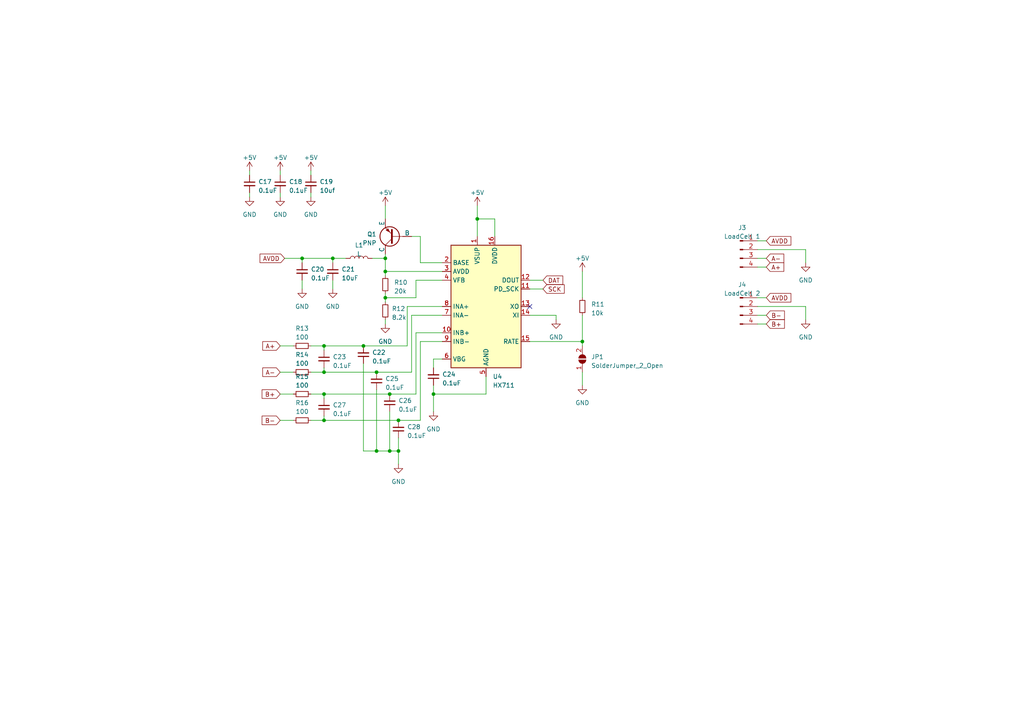
<source format=kicad_sch>
(kicad_sch (version 20230121) (generator eeschema)

  (uuid bcffe5af-4a34-4242-b8b4-971673986c87)

  (paper "A4")

  (lib_symbols
    (symbol "Analog_ADC:HX711" (in_bom yes) (on_board yes)
      (property "Reference" "U" (at 5.08 21.59 0)
        (effects (font (size 1.27 1.27)))
      )
      (property "Value" "HX711" (at 7.62 19.05 0)
        (effects (font (size 1.27 1.27)))
      )
      (property "Footprint" "Package_SO:SOP-16_3.9x9.9mm_P1.27mm" (at 3.81 1.27 0)
        (effects (font (size 1.27 1.27)) hide)
      )
      (property "Datasheet" "https://cdn.sparkfun.com/datasheets/Sensors/ForceFlex/hx711_english.pdf" (at 3.81 -1.27 0)
        (effects (font (size 1.27 1.27)) hide)
      )
      (property "ki_keywords" "adc load cell 24-bits analog weigh" (at 0 0 0)
        (effects (font (size 1.27 1.27)) hide)
      )
      (property "ki_description" "24-Bit Analog-to-Digital Converter (ADC) for Weigh Scales" (at 0 0 0)
        (effects (font (size 1.27 1.27)) hide)
      )
      (property "ki_fp_filters" "SOP*3.9x9.9mm*P1.27mm*" (at 0 0 0)
        (effects (font (size 1.27 1.27)) hide)
      )
      (symbol "HX711_0_1"
        (rectangle (start -10.16 17.78) (end 10.16 -17.78)
          (stroke (width 0.254) (type default))
          (fill (type background))
        )
      )
      (symbol "HX711_1_1"
        (pin power_in line (at -2.54 20.32 270) (length 2.54)
          (name "VSUP" (effects (font (size 1.27 1.27))))
          (number "1" (effects (font (size 1.27 1.27))))
        )
        (pin input line (at -12.7 -7.62 0) (length 2.54)
          (name "INB+" (effects (font (size 1.27 1.27))))
          (number "10" (effects (font (size 1.27 1.27))))
        )
        (pin input line (at 12.7 5.08 180) (length 2.54)
          (name "PD_SCK" (effects (font (size 1.27 1.27))))
          (number "11" (effects (font (size 1.27 1.27))))
        )
        (pin output line (at 12.7 7.62 180) (length 2.54)
          (name "DOUT" (effects (font (size 1.27 1.27))))
          (number "12" (effects (font (size 1.27 1.27))))
        )
        (pin passive line (at 12.7 0 180) (length 2.54)
          (name "XO" (effects (font (size 1.27 1.27))))
          (number "13" (effects (font (size 1.27 1.27))))
        )
        (pin passive line (at 12.7 -2.54 180) (length 2.54)
          (name "XI" (effects (font (size 1.27 1.27))))
          (number "14" (effects (font (size 1.27 1.27))))
        )
        (pin input line (at 12.7 -10.16 180) (length 2.54)
          (name "RATE" (effects (font (size 1.27 1.27))))
          (number "15" (effects (font (size 1.27 1.27))))
        )
        (pin power_in line (at 2.54 20.32 270) (length 2.54)
          (name "DVDD" (effects (font (size 1.27 1.27))))
          (number "16" (effects (font (size 1.27 1.27))))
        )
        (pin passive line (at -12.7 12.7 0) (length 2.54)
          (name "BASE" (effects (font (size 1.27 1.27))))
          (number "2" (effects (font (size 1.27 1.27))))
        )
        (pin power_in line (at -12.7 10.16 0) (length 2.54)
          (name "AVDD" (effects (font (size 1.27 1.27))))
          (number "3" (effects (font (size 1.27 1.27))))
        )
        (pin input line (at -12.7 7.62 0) (length 2.54)
          (name "VFB" (effects (font (size 1.27 1.27))))
          (number "4" (effects (font (size 1.27 1.27))))
        )
        (pin power_in line (at 0 -20.32 90) (length 2.54)
          (name "AGND" (effects (font (size 1.27 1.27))))
          (number "5" (effects (font (size 1.27 1.27))))
        )
        (pin passive line (at -12.7 -15.24 0) (length 2.54)
          (name "VBG" (effects (font (size 1.27 1.27))))
          (number "6" (effects (font (size 1.27 1.27))))
        )
        (pin input line (at -12.7 -2.54 0) (length 2.54)
          (name "INA-" (effects (font (size 1.27 1.27))))
          (number "7" (effects (font (size 1.27 1.27))))
        )
        (pin input line (at -12.7 0 0) (length 2.54)
          (name "INA+" (effects (font (size 1.27 1.27))))
          (number "8" (effects (font (size 1.27 1.27))))
        )
        (pin input line (at -12.7 -10.16 0) (length 2.54)
          (name "INB-" (effects (font (size 1.27 1.27))))
          (number "9" (effects (font (size 1.27 1.27))))
        )
      )
    )
    (symbol "Connector:Conn_01x04_Pin" (pin_names (offset 1.016) hide) (in_bom yes) (on_board yes)
      (property "Reference" "J" (at 0 5.08 0)
        (effects (font (size 1.27 1.27)))
      )
      (property "Value" "Conn_01x04_Pin" (at 0 -7.62 0)
        (effects (font (size 1.27 1.27)))
      )
      (property "Footprint" "" (at 0 0 0)
        (effects (font (size 1.27 1.27)) hide)
      )
      (property "Datasheet" "~" (at 0 0 0)
        (effects (font (size 1.27 1.27)) hide)
      )
      (property "ki_locked" "" (at 0 0 0)
        (effects (font (size 1.27 1.27)))
      )
      (property "ki_keywords" "connector" (at 0 0 0)
        (effects (font (size 1.27 1.27)) hide)
      )
      (property "ki_description" "Generic connector, single row, 01x04, script generated" (at 0 0 0)
        (effects (font (size 1.27 1.27)) hide)
      )
      (property "ki_fp_filters" "Connector*:*_1x??_*" (at 0 0 0)
        (effects (font (size 1.27 1.27)) hide)
      )
      (symbol "Conn_01x04_Pin_1_1"
        (polyline
          (pts
            (xy 1.27 -5.08)
            (xy 0.8636 -5.08)
          )
          (stroke (width 0.1524) (type default))
          (fill (type none))
        )
        (polyline
          (pts
            (xy 1.27 -2.54)
            (xy 0.8636 -2.54)
          )
          (stroke (width 0.1524) (type default))
          (fill (type none))
        )
        (polyline
          (pts
            (xy 1.27 0)
            (xy 0.8636 0)
          )
          (stroke (width 0.1524) (type default))
          (fill (type none))
        )
        (polyline
          (pts
            (xy 1.27 2.54)
            (xy 0.8636 2.54)
          )
          (stroke (width 0.1524) (type default))
          (fill (type none))
        )
        (rectangle (start 0.8636 -4.953) (end 0 -5.207)
          (stroke (width 0.1524) (type default))
          (fill (type outline))
        )
        (rectangle (start 0.8636 -2.413) (end 0 -2.667)
          (stroke (width 0.1524) (type default))
          (fill (type outline))
        )
        (rectangle (start 0.8636 0.127) (end 0 -0.127)
          (stroke (width 0.1524) (type default))
          (fill (type outline))
        )
        (rectangle (start 0.8636 2.667) (end 0 2.413)
          (stroke (width 0.1524) (type default))
          (fill (type outline))
        )
        (pin passive line (at 5.08 2.54 180) (length 3.81)
          (name "Pin_1" (effects (font (size 1.27 1.27))))
          (number "1" (effects (font (size 1.27 1.27))))
        )
        (pin passive line (at 5.08 0 180) (length 3.81)
          (name "Pin_2" (effects (font (size 1.27 1.27))))
          (number "2" (effects (font (size 1.27 1.27))))
        )
        (pin passive line (at 5.08 -2.54 180) (length 3.81)
          (name "Pin_3" (effects (font (size 1.27 1.27))))
          (number "3" (effects (font (size 1.27 1.27))))
        )
        (pin passive line (at 5.08 -5.08 180) (length 3.81)
          (name "Pin_4" (effects (font (size 1.27 1.27))))
          (number "4" (effects (font (size 1.27 1.27))))
        )
      )
    )
    (symbol "Device:C_Small" (pin_numbers hide) (pin_names (offset 0.254) hide) (in_bom yes) (on_board yes)
      (property "Reference" "C" (at 0.254 1.778 0)
        (effects (font (size 1.27 1.27)) (justify left))
      )
      (property "Value" "C_Small" (at 0.254 -2.032 0)
        (effects (font (size 1.27 1.27)) (justify left))
      )
      (property "Footprint" "" (at 0 0 0)
        (effects (font (size 1.27 1.27)) hide)
      )
      (property "Datasheet" "~" (at 0 0 0)
        (effects (font (size 1.27 1.27)) hide)
      )
      (property "ki_keywords" "capacitor cap" (at 0 0 0)
        (effects (font (size 1.27 1.27)) hide)
      )
      (property "ki_description" "Unpolarized capacitor, small symbol" (at 0 0 0)
        (effects (font (size 1.27 1.27)) hide)
      )
      (property "ki_fp_filters" "C_*" (at 0 0 0)
        (effects (font (size 1.27 1.27)) hide)
      )
      (symbol "C_Small_0_1"
        (polyline
          (pts
            (xy -1.524 -0.508)
            (xy 1.524 -0.508)
          )
          (stroke (width 0.3302) (type default))
          (fill (type none))
        )
        (polyline
          (pts
            (xy -1.524 0.508)
            (xy 1.524 0.508)
          )
          (stroke (width 0.3048) (type default))
          (fill (type none))
        )
      )
      (symbol "C_Small_1_1"
        (pin passive line (at 0 2.54 270) (length 2.032)
          (name "~" (effects (font (size 1.27 1.27))))
          (number "1" (effects (font (size 1.27 1.27))))
        )
        (pin passive line (at 0 -2.54 90) (length 2.032)
          (name "~" (effects (font (size 1.27 1.27))))
          (number "2" (effects (font (size 1.27 1.27))))
        )
      )
    )
    (symbol "Device:L" (pin_numbers hide) (pin_names (offset 1.016) hide) (in_bom yes) (on_board yes)
      (property "Reference" "L" (at -1.27 0 90)
        (effects (font (size 1.27 1.27)))
      )
      (property "Value" "L" (at 1.905 0 90)
        (effects (font (size 1.27 1.27)))
      )
      (property "Footprint" "" (at 0 0 0)
        (effects (font (size 1.27 1.27)) hide)
      )
      (property "Datasheet" "~" (at 0 0 0)
        (effects (font (size 1.27 1.27)) hide)
      )
      (property "ki_keywords" "inductor choke coil reactor magnetic" (at 0 0 0)
        (effects (font (size 1.27 1.27)) hide)
      )
      (property "ki_description" "Inductor" (at 0 0 0)
        (effects (font (size 1.27 1.27)) hide)
      )
      (property "ki_fp_filters" "Choke_* *Coil* Inductor_* L_*" (at 0 0 0)
        (effects (font (size 1.27 1.27)) hide)
      )
      (symbol "L_0_1"
        (arc (start 0 -2.54) (mid 0.6323 -1.905) (end 0 -1.27)
          (stroke (width 0) (type default))
          (fill (type none))
        )
        (arc (start 0 -1.27) (mid 0.6323 -0.635) (end 0 0)
          (stroke (width 0) (type default))
          (fill (type none))
        )
        (arc (start 0 0) (mid 0.6323 0.635) (end 0 1.27)
          (stroke (width 0) (type default))
          (fill (type none))
        )
        (arc (start 0 1.27) (mid 0.6323 1.905) (end 0 2.54)
          (stroke (width 0) (type default))
          (fill (type none))
        )
      )
      (symbol "L_1_1"
        (pin passive line (at 0 3.81 270) (length 1.27)
          (name "1" (effects (font (size 1.27 1.27))))
          (number "1" (effects (font (size 1.27 1.27))))
        )
        (pin passive line (at 0 -3.81 90) (length 1.27)
          (name "2" (effects (font (size 1.27 1.27))))
          (number "2" (effects (font (size 1.27 1.27))))
        )
      )
    )
    (symbol "Device:R_Small" (pin_numbers hide) (pin_names (offset 0.254) hide) (in_bom yes) (on_board yes)
      (property "Reference" "R" (at 0.762 0.508 0)
        (effects (font (size 1.27 1.27)) (justify left))
      )
      (property "Value" "R_Small" (at 0.762 -1.016 0)
        (effects (font (size 1.27 1.27)) (justify left))
      )
      (property "Footprint" "" (at 0 0 0)
        (effects (font (size 1.27 1.27)) hide)
      )
      (property "Datasheet" "~" (at 0 0 0)
        (effects (font (size 1.27 1.27)) hide)
      )
      (property "ki_keywords" "R resistor" (at 0 0 0)
        (effects (font (size 1.27 1.27)) hide)
      )
      (property "ki_description" "Resistor, small symbol" (at 0 0 0)
        (effects (font (size 1.27 1.27)) hide)
      )
      (property "ki_fp_filters" "R_*" (at 0 0 0)
        (effects (font (size 1.27 1.27)) hide)
      )
      (symbol "R_Small_0_1"
        (rectangle (start -0.762 1.778) (end 0.762 -1.778)
          (stroke (width 0.2032) (type default))
          (fill (type none))
        )
      )
      (symbol "R_Small_1_1"
        (pin passive line (at 0 2.54 270) (length 0.762)
          (name "~" (effects (font (size 1.27 1.27))))
          (number "1" (effects (font (size 1.27 1.27))))
        )
        (pin passive line (at 0 -2.54 90) (length 0.762)
          (name "~" (effects (font (size 1.27 1.27))))
          (number "2" (effects (font (size 1.27 1.27))))
        )
      )
    )
    (symbol "Jumper:SolderJumper_2_Open" (pin_names (offset 0) hide) (in_bom yes) (on_board yes)
      (property "Reference" "JP" (at 0 2.032 0)
        (effects (font (size 1.27 1.27)))
      )
      (property "Value" "SolderJumper_2_Open" (at 0 -2.54 0)
        (effects (font (size 1.27 1.27)))
      )
      (property "Footprint" "" (at 0 0 0)
        (effects (font (size 1.27 1.27)) hide)
      )
      (property "Datasheet" "~" (at 0 0 0)
        (effects (font (size 1.27 1.27)) hide)
      )
      (property "ki_keywords" "solder jumper SPST" (at 0 0 0)
        (effects (font (size 1.27 1.27)) hide)
      )
      (property "ki_description" "Solder Jumper, 2-pole, open" (at 0 0 0)
        (effects (font (size 1.27 1.27)) hide)
      )
      (property "ki_fp_filters" "SolderJumper*Open*" (at 0 0 0)
        (effects (font (size 1.27 1.27)) hide)
      )
      (symbol "SolderJumper_2_Open_0_1"
        (arc (start -0.254 1.016) (mid -1.2656 0) (end -0.254 -1.016)
          (stroke (width 0) (type default))
          (fill (type none))
        )
        (arc (start -0.254 1.016) (mid -1.2656 0) (end -0.254 -1.016)
          (stroke (width 0) (type default))
          (fill (type outline))
        )
        (polyline
          (pts
            (xy -0.254 1.016)
            (xy -0.254 -1.016)
          )
          (stroke (width 0) (type default))
          (fill (type none))
        )
        (polyline
          (pts
            (xy 0.254 1.016)
            (xy 0.254 -1.016)
          )
          (stroke (width 0) (type default))
          (fill (type none))
        )
        (arc (start 0.254 -1.016) (mid 1.2656 0) (end 0.254 1.016)
          (stroke (width 0) (type default))
          (fill (type none))
        )
        (arc (start 0.254 -1.016) (mid 1.2656 0) (end 0.254 1.016)
          (stroke (width 0) (type default))
          (fill (type outline))
        )
      )
      (symbol "SolderJumper_2_Open_1_1"
        (pin passive line (at -3.81 0 0) (length 2.54)
          (name "A" (effects (font (size 1.27 1.27))))
          (number "1" (effects (font (size 1.27 1.27))))
        )
        (pin passive line (at 3.81 0 180) (length 2.54)
          (name "B" (effects (font (size 1.27 1.27))))
          (number "2" (effects (font (size 1.27 1.27))))
        )
      )
    )
    (symbol "Simulation_SPICE:PNP" (pin_numbers hide) (pin_names (offset 0)) (in_bom yes) (on_board yes)
      (property "Reference" "Q" (at -2.54 7.62 0)
        (effects (font (size 1.27 1.27)))
      )
      (property "Value" "PNP" (at -2.54 5.08 0)
        (effects (font (size 1.27 1.27)))
      )
      (property "Footprint" "" (at 35.56 0 0)
        (effects (font (size 1.27 1.27)) hide)
      )
      (property "Datasheet" "~" (at 35.56 0 0)
        (effects (font (size 1.27 1.27)) hide)
      )
      (property "Sim.Device" "PNP" (at 0 0 0)
        (effects (font (size 1.27 1.27)) hide)
      )
      (property "Sim.Type" "GUMMELPOON" (at 0 0 0)
        (effects (font (size 1.27 1.27)) hide)
      )
      (property "Sim.Pins" "1=C 2=B 3=E" (at 0 0 0)
        (effects (font (size 1.27 1.27)) hide)
      )
      (property "ki_keywords" "simulation" (at 0 0 0)
        (effects (font (size 1.27 1.27)) hide)
      )
      (property "ki_description" "Bipolar transistor symbol for simulation only, substrate tied to the emitter" (at 0 0 0)
        (effects (font (size 1.27 1.27)) hide)
      )
      (symbol "PNP_0_1"
        (polyline
          (pts
            (xy -2.54 0)
            (xy 0.635 0)
          )
          (stroke (width 0.1524) (type default))
          (fill (type none))
        )
        (polyline
          (pts
            (xy 0.635 0.635)
            (xy 2.54 2.54)
          )
          (stroke (width 0) (type default))
          (fill (type none))
        )
        (polyline
          (pts
            (xy 0.635 -0.635)
            (xy 2.54 -2.54)
            (xy 2.54 -2.54)
          )
          (stroke (width 0) (type default))
          (fill (type none))
        )
        (polyline
          (pts
            (xy 0.635 1.905)
            (xy 0.635 -1.905)
            (xy 0.635 -1.905)
          )
          (stroke (width 0.508) (type default))
          (fill (type none))
        )
        (polyline
          (pts
            (xy 2.286 -1.778)
            (xy 1.778 -2.286)
            (xy 1.27 -1.27)
            (xy 2.286 -1.778)
            (xy 2.286 -1.778)
          )
          (stroke (width 0) (type default))
          (fill (type outline))
        )
        (circle (center 1.27 0) (radius 2.8194)
          (stroke (width 0.254) (type default))
          (fill (type none))
        )
      )
      (symbol "PNP_1_1"
        (pin open_collector line (at 2.54 5.08 270) (length 2.54)
          (name "C" (effects (font (size 1.27 1.27))))
          (number "1" (effects (font (size 1.27 1.27))))
        )
        (pin input line (at -5.08 0 0) (length 2.54)
          (name "B" (effects (font (size 1.27 1.27))))
          (number "2" (effects (font (size 1.27 1.27))))
        )
        (pin open_emitter line (at 2.54 -5.08 90) (length 2.54)
          (name "E" (effects (font (size 1.27 1.27))))
          (number "3" (effects (font (size 1.27 1.27))))
        )
      )
    )
    (symbol "power:+5V" (power) (pin_names (offset 0)) (in_bom yes) (on_board yes)
      (property "Reference" "#PWR" (at 0 -3.81 0)
        (effects (font (size 1.27 1.27)) hide)
      )
      (property "Value" "+5V" (at 0 3.556 0)
        (effects (font (size 1.27 1.27)))
      )
      (property "Footprint" "" (at 0 0 0)
        (effects (font (size 1.27 1.27)) hide)
      )
      (property "Datasheet" "" (at 0 0 0)
        (effects (font (size 1.27 1.27)) hide)
      )
      (property "ki_keywords" "global power" (at 0 0 0)
        (effects (font (size 1.27 1.27)) hide)
      )
      (property "ki_description" "Power symbol creates a global label with name \"+5V\"" (at 0 0 0)
        (effects (font (size 1.27 1.27)) hide)
      )
      (symbol "+5V_0_1"
        (polyline
          (pts
            (xy -0.762 1.27)
            (xy 0 2.54)
          )
          (stroke (width 0) (type default))
          (fill (type none))
        )
        (polyline
          (pts
            (xy 0 0)
            (xy 0 2.54)
          )
          (stroke (width 0) (type default))
          (fill (type none))
        )
        (polyline
          (pts
            (xy 0 2.54)
            (xy 0.762 1.27)
          )
          (stroke (width 0) (type default))
          (fill (type none))
        )
      )
      (symbol "+5V_1_1"
        (pin power_in line (at 0 0 90) (length 0) hide
          (name "+5V" (effects (font (size 1.27 1.27))))
          (number "1" (effects (font (size 1.27 1.27))))
        )
      )
    )
    (symbol "power:GND" (power) (pin_names (offset 0)) (in_bom yes) (on_board yes)
      (property "Reference" "#PWR" (at 0 -6.35 0)
        (effects (font (size 1.27 1.27)) hide)
      )
      (property "Value" "GND" (at 0 -3.81 0)
        (effects (font (size 1.27 1.27)))
      )
      (property "Footprint" "" (at 0 0 0)
        (effects (font (size 1.27 1.27)) hide)
      )
      (property "Datasheet" "" (at 0 0 0)
        (effects (font (size 1.27 1.27)) hide)
      )
      (property "ki_keywords" "global power" (at 0 0 0)
        (effects (font (size 1.27 1.27)) hide)
      )
      (property "ki_description" "Power symbol creates a global label with name \"GND\" , ground" (at 0 0 0)
        (effects (font (size 1.27 1.27)) hide)
      )
      (symbol "GND_0_1"
        (polyline
          (pts
            (xy 0 0)
            (xy 0 -1.27)
            (xy 1.27 -1.27)
            (xy 0 -2.54)
            (xy -1.27 -1.27)
            (xy 0 -1.27)
          )
          (stroke (width 0) (type default))
          (fill (type none))
        )
      )
      (symbol "GND_1_1"
        (pin power_in line (at 0 0 270) (length 0) hide
          (name "GND" (effects (font (size 1.27 1.27))))
          (number "1" (effects (font (size 1.27 1.27))))
        )
      )
    )
  )

  (junction (at 96.52 74.93) (diameter 0) (color 0 0 0 0)
    (uuid 1486e772-b758-4ef1-9603-a93bb946e18b)
  )
  (junction (at 93.98 114.3) (diameter 0) (color 0 0 0 0)
    (uuid 2be0a8cb-84b9-4ecd-8845-c325bc989e83)
  )
  (junction (at 93.98 121.92) (diameter 0) (color 0 0 0 0)
    (uuid 2d44294a-e9e8-4274-83d1-f06f474ab953)
  )
  (junction (at 109.22 107.95) (diameter 0) (color 0 0 0 0)
    (uuid 3ab85e6c-513f-42d2-a246-e0e5d934ce24)
  )
  (junction (at 115.57 130.81) (diameter 0) (color 0 0 0 0)
    (uuid 56f96e5d-925d-4848-ac3d-8b646d794007)
  )
  (junction (at 115.57 121.92) (diameter 0) (color 0 0 0 0)
    (uuid 69301d7d-48fa-44f4-934d-da5d76b04dd0)
  )
  (junction (at 113.03 114.3) (diameter 0) (color 0 0 0 0)
    (uuid 6faa53ef-89ed-4253-8c65-c82f287de1a5)
  )
  (junction (at 93.98 100.33) (diameter 0) (color 0 0 0 0)
    (uuid 710b07cc-d1d0-4b98-8ccb-becbb3ec4a69)
  )
  (junction (at 111.76 78.74) (diameter 0) (color 0 0 0 0)
    (uuid 9821be78-2af4-444d-8dca-cfdd1c5521c7)
  )
  (junction (at 87.63 74.93) (diameter 0) (color 0 0 0 0)
    (uuid 9a6ff9f3-c756-48d7-aa20-a71809528217)
  )
  (junction (at 109.22 130.81) (diameter 0) (color 0 0 0 0)
    (uuid a0818674-be65-4ab0-ba0d-9151c26c8e30)
  )
  (junction (at 93.98 107.95) (diameter 0) (color 0 0 0 0)
    (uuid b726139a-0899-4d04-b939-8abf01358ae3)
  )
  (junction (at 105.41 100.33) (diameter 0) (color 0 0 0 0)
    (uuid bc151605-25c4-4c6f-b5a9-a091325ba40e)
  )
  (junction (at 125.73 114.3) (diameter 0) (color 0 0 0 0)
    (uuid bd3dc6d7-86e2-4720-bede-b92d3ff78795)
  )
  (junction (at 113.03 130.81) (diameter 0) (color 0 0 0 0)
    (uuid cbc1fa77-736d-4ea7-a2f2-70d444d0d850)
  )
  (junction (at 138.43 63.5) (diameter 0) (color 0 0 0 0)
    (uuid defb6e58-b714-4540-98d1-b2e337faeceb)
  )
  (junction (at 111.76 86.36) (diameter 0) (color 0 0 0 0)
    (uuid dfd75ad2-a2d3-4e9a-a34a-b073d01d8cdd)
  )
  (junction (at 111.76 74.93) (diameter 0) (color 0 0 0 0)
    (uuid e078db14-f976-4659-8b57-8c212235fa3a)
  )
  (junction (at 168.91 99.06) (diameter 0) (color 0 0 0 0)
    (uuid ffcae149-7309-4048-93a4-0827df3db6e6)
  )

  (no_connect (at 153.67 88.9) (uuid d61aa309-4535-4242-9cc6-e572aee23005))

  (wire (pts (xy 111.76 80.01) (xy 111.76 78.74))
    (stroke (width 0) (type default))
    (uuid 02c1f86f-fe64-4abf-b011-76a34064bd27)
  )
  (wire (pts (xy 157.48 81.28) (xy 153.67 81.28))
    (stroke (width 0) (type default))
    (uuid 0c373ef2-b6aa-490f-b133-f88338825d5b)
  )
  (wire (pts (xy 72.39 57.15) (xy 72.39 55.88))
    (stroke (width 0) (type default))
    (uuid 0dc17fe9-243a-43bc-84ab-0a938393b7f0)
  )
  (wire (pts (xy 121.92 99.06) (xy 121.92 121.92))
    (stroke (width 0) (type default))
    (uuid 12b9af13-b3f7-4155-97d3-44d4ca568b2b)
  )
  (wire (pts (xy 128.27 81.28) (xy 120.65 81.28))
    (stroke (width 0) (type default))
    (uuid 14a2462c-6940-4eac-87b2-61f5a938261c)
  )
  (wire (pts (xy 90.17 100.33) (xy 93.98 100.33))
    (stroke (width 0) (type default))
    (uuid 158acc9e-13c8-444e-a9ad-17ac2caa8386)
  )
  (wire (pts (xy 100.33 74.93) (xy 96.52 74.93))
    (stroke (width 0) (type default))
    (uuid 15f3412f-623f-4253-8542-28770f769edc)
  )
  (wire (pts (xy 93.98 114.3) (xy 90.17 114.3))
    (stroke (width 0) (type default))
    (uuid 1d0a9eb7-2e33-4f60-9deb-4126afb53bd4)
  )
  (wire (pts (xy 93.98 107.95) (xy 109.22 107.95))
    (stroke (width 0) (type default))
    (uuid 1fb145e1-e0aa-4a81-bc5e-e8afe0280b3c)
  )
  (wire (pts (xy 87.63 74.93) (xy 96.52 74.93))
    (stroke (width 0) (type default))
    (uuid 200d0f5c-d518-4077-aef2-a75f11ca0994)
  )
  (wire (pts (xy 153.67 99.06) (xy 168.91 99.06))
    (stroke (width 0) (type default))
    (uuid 203e9a11-fbff-4760-9425-a8f31e3661c2)
  )
  (wire (pts (xy 120.65 81.28) (xy 120.65 86.36))
    (stroke (width 0) (type default))
    (uuid 207e5df2-d853-4a24-a361-aa530a802b94)
  )
  (wire (pts (xy 81.28 107.95) (xy 85.09 107.95))
    (stroke (width 0) (type default))
    (uuid 20f8bc67-2e5a-4839-ac26-c935476cc415)
  )
  (wire (pts (xy 111.76 85.09) (xy 111.76 86.36))
    (stroke (width 0) (type default))
    (uuid 21b00d91-5681-402a-8097-d8128a9ed628)
  )
  (wire (pts (xy 113.03 114.3) (xy 93.98 114.3))
    (stroke (width 0) (type default))
    (uuid 22626464-7680-408f-bb1f-2f5ee6418fc3)
  )
  (wire (pts (xy 219.71 88.9) (xy 233.68 88.9))
    (stroke (width 0) (type default))
    (uuid 32195899-6de2-441c-8a67-0e1f8ade2404)
  )
  (wire (pts (xy 118.11 100.33) (xy 105.41 100.33))
    (stroke (width 0) (type default))
    (uuid 3458cb02-d3b2-477a-b285-dd0c5e9fda6a)
  )
  (wire (pts (xy 105.41 100.33) (xy 93.98 100.33))
    (stroke (width 0) (type default))
    (uuid 3dc211fb-cdc5-4ef2-a040-0e0a0ee84d38)
  )
  (wire (pts (xy 90.17 57.15) (xy 90.17 55.88))
    (stroke (width 0) (type default))
    (uuid 3fdb83f9-df08-4e45-9543-269fbab6af6a)
  )
  (wire (pts (xy 168.91 78.74) (xy 168.91 86.36))
    (stroke (width 0) (type default))
    (uuid 4064e0b8-6217-4a1e-9b74-ef057f945b34)
  )
  (wire (pts (xy 87.63 83.82) (xy 87.63 81.28))
    (stroke (width 0) (type default))
    (uuid 40bafbe2-0070-495a-806d-6dac639dffde)
  )
  (wire (pts (xy 128.27 91.44) (xy 119.38 91.44))
    (stroke (width 0) (type default))
    (uuid 410e8cdb-05df-4f5a-968b-2536381ed1d8)
  )
  (wire (pts (xy 107.95 74.93) (xy 111.76 74.93))
    (stroke (width 0) (type default))
    (uuid 41efa6b7-e942-488f-847d-cbd448d36546)
  )
  (wire (pts (xy 138.43 63.5) (xy 138.43 68.58))
    (stroke (width 0) (type default))
    (uuid 47e836c9-6b05-42f3-9ec0-7b54968759e8)
  )
  (wire (pts (xy 157.48 83.82) (xy 153.67 83.82))
    (stroke (width 0) (type default))
    (uuid 4803f814-d148-4337-93a5-a303eeaf2297)
  )
  (wire (pts (xy 111.76 74.93) (xy 111.76 78.74))
    (stroke (width 0) (type default))
    (uuid 48aeb8e2-20f3-4572-b14f-9d7c15a7f878)
  )
  (wire (pts (xy 120.65 96.52) (xy 120.65 114.3))
    (stroke (width 0) (type default))
    (uuid 4db7b47b-a9bf-457d-a700-217e104db28e)
  )
  (wire (pts (xy 140.97 114.3) (xy 125.73 114.3))
    (stroke (width 0) (type default))
    (uuid 5480248d-9640-4fd2-bb24-aec95384e31a)
  )
  (wire (pts (xy 87.63 74.93) (xy 87.63 76.2))
    (stroke (width 0) (type default))
    (uuid 550ef57f-9a6a-4489-91c7-4c10c07d7fee)
  )
  (wire (pts (xy 115.57 121.92) (xy 121.92 121.92))
    (stroke (width 0) (type default))
    (uuid 5be763b7-7bd6-49ad-affb-df0f899c203f)
  )
  (wire (pts (xy 143.51 68.58) (xy 143.51 63.5))
    (stroke (width 0) (type default))
    (uuid 5e7e40f7-0c8d-435e-8a7e-b1651916d151)
  )
  (wire (pts (xy 105.41 105.41) (xy 105.41 130.81))
    (stroke (width 0) (type default))
    (uuid 5ee06df8-c5e2-4d14-afe2-f32c07b9d923)
  )
  (wire (pts (xy 222.25 91.44) (xy 219.71 91.44))
    (stroke (width 0) (type default))
    (uuid 5feea04c-dd93-492a-bc1f-ddaee75aee8e)
  )
  (wire (pts (xy 93.98 107.95) (xy 93.98 106.68))
    (stroke (width 0) (type default))
    (uuid 609f0f64-442c-4bf6-a921-27992819611c)
  )
  (wire (pts (xy 81.28 121.92) (xy 85.09 121.92))
    (stroke (width 0) (type default))
    (uuid 6146152f-131e-4674-94ae-cffcaa7ef7c7)
  )
  (wire (pts (xy 90.17 49.53) (xy 90.17 50.8))
    (stroke (width 0) (type default))
    (uuid 617f7dd2-d143-4fc8-977f-563cd1533580)
  )
  (wire (pts (xy 90.17 121.92) (xy 93.98 121.92))
    (stroke (width 0) (type default))
    (uuid 63b66503-47a5-4ea3-8388-3ec8db664756)
  )
  (wire (pts (xy 90.17 107.95) (xy 93.98 107.95))
    (stroke (width 0) (type default))
    (uuid 63ddb340-7758-4a57-ab9f-4e6eac3e25d4)
  )
  (wire (pts (xy 161.29 91.44) (xy 161.29 92.71))
    (stroke (width 0) (type default))
    (uuid 69a8151f-5a87-4cd6-b0c5-0bdea2101f70)
  )
  (wire (pts (xy 111.76 93.98) (xy 111.76 92.71))
    (stroke (width 0) (type default))
    (uuid 6a75da6e-c7fe-448b-99a5-d49f09620b4d)
  )
  (wire (pts (xy 111.76 86.36) (xy 111.76 87.63))
    (stroke (width 0) (type default))
    (uuid 6bc14b82-dad5-4cc3-a2b9-01ba35f8f54f)
  )
  (wire (pts (xy 233.68 88.9) (xy 233.68 92.71))
    (stroke (width 0) (type default))
    (uuid 6e6a6277-e00d-4571-8ba7-b6c9f790177e)
  )
  (wire (pts (xy 81.28 114.3) (xy 85.09 114.3))
    (stroke (width 0) (type default))
    (uuid 72feb66f-a918-4d4e-bd76-d3271a27c9f6)
  )
  (wire (pts (xy 222.25 93.98) (xy 219.71 93.98))
    (stroke (width 0) (type default))
    (uuid 73f31c82-507b-4074-9d9c-45c26e0cbf42)
  )
  (wire (pts (xy 113.03 119.38) (xy 113.03 130.81))
    (stroke (width 0) (type default))
    (uuid 7431cfcf-e024-43a5-a4a1-2b36091c5528)
  )
  (wire (pts (xy 128.27 99.06) (xy 121.92 99.06))
    (stroke (width 0) (type default))
    (uuid 76b236f0-8c04-4cd8-9c69-41283b4f291a)
  )
  (wire (pts (xy 96.52 81.28) (xy 96.52 83.82))
    (stroke (width 0) (type default))
    (uuid 773cb7df-cd63-40a2-baab-98b42f5a5f65)
  )
  (wire (pts (xy 222.25 86.36) (xy 219.71 86.36))
    (stroke (width 0) (type default))
    (uuid 79c48ff3-2a2a-4d59-8987-63f202b28db6)
  )
  (wire (pts (xy 115.57 134.62) (xy 115.57 130.81))
    (stroke (width 0) (type default))
    (uuid 79ebf679-9867-45fe-86c3-f0f7b08f972d)
  )
  (wire (pts (xy 81.28 100.33) (xy 85.09 100.33))
    (stroke (width 0) (type default))
    (uuid 7b914130-53b2-426f-a201-022fba008bac)
  )
  (wire (pts (xy 72.39 49.53) (xy 72.39 50.8))
    (stroke (width 0) (type default))
    (uuid 80ae4a96-f8c2-4efd-abb7-fe33f83cd61a)
  )
  (wire (pts (xy 125.73 114.3) (xy 125.73 111.76))
    (stroke (width 0) (type default))
    (uuid 825b4d10-11d4-4c26-a49d-19b3fc02e9c5)
  )
  (wire (pts (xy 168.91 99.06) (xy 168.91 91.44))
    (stroke (width 0) (type default))
    (uuid 8a0a10c6-e5b1-47f2-8e65-a237dcc81c09)
  )
  (wire (pts (xy 143.51 63.5) (xy 138.43 63.5))
    (stroke (width 0) (type default))
    (uuid 92338263-0143-48f7-b9c1-e9045074ce9c)
  )
  (wire (pts (xy 128.27 96.52) (xy 120.65 96.52))
    (stroke (width 0) (type default))
    (uuid 93d29063-3cd2-4964-b4f9-b486268e0955)
  )
  (wire (pts (xy 81.28 57.15) (xy 81.28 55.88))
    (stroke (width 0) (type default))
    (uuid 944b1e7e-9680-4589-be4c-6cd3c2578bdf)
  )
  (wire (pts (xy 219.71 72.39) (xy 233.68 72.39))
    (stroke (width 0) (type default))
    (uuid 9977cd7e-0661-4103-9c39-586121f065e8)
  )
  (wire (pts (xy 82.55 74.93) (xy 87.63 74.93))
    (stroke (width 0) (type default))
    (uuid 9b3f77a1-807a-4407-8e96-5be8caeed040)
  )
  (wire (pts (xy 93.98 101.6) (xy 93.98 100.33))
    (stroke (width 0) (type default))
    (uuid 9bcbbb3e-75ed-45ce-921e-30056fc5cee9)
  )
  (wire (pts (xy 109.22 113.03) (xy 109.22 130.81))
    (stroke (width 0) (type default))
    (uuid a5f801b2-785a-4c5c-a1d0-8abf4db844f2)
  )
  (wire (pts (xy 81.28 49.53) (xy 81.28 50.8))
    (stroke (width 0) (type default))
    (uuid a6188f12-ae24-4032-8471-12913eba5fbf)
  )
  (wire (pts (xy 93.98 121.92) (xy 115.57 121.92))
    (stroke (width 0) (type default))
    (uuid a74ab9c3-54d5-4ded-8e23-4941cd507ef9)
  )
  (wire (pts (xy 222.25 74.93) (xy 219.71 74.93))
    (stroke (width 0) (type default))
    (uuid a9cff2ee-8d1b-4f4b-95c8-c23bc45bf930)
  )
  (wire (pts (xy 120.65 86.36) (xy 111.76 86.36))
    (stroke (width 0) (type default))
    (uuid af16e5f9-20af-4907-bc7d-e2c2a81ae673)
  )
  (wire (pts (xy 113.03 114.3) (xy 120.65 114.3))
    (stroke (width 0) (type default))
    (uuid b011d0ea-b29b-4093-a817-8b99773d9d24)
  )
  (wire (pts (xy 168.91 100.33) (xy 168.91 99.06))
    (stroke (width 0) (type default))
    (uuid b0f81b1a-8048-45a7-8440-761846a67896)
  )
  (wire (pts (xy 125.73 104.14) (xy 128.27 104.14))
    (stroke (width 0) (type default))
    (uuid b537b596-9a9d-4691-9895-29b95adfd47b)
  )
  (wire (pts (xy 105.41 130.81) (xy 109.22 130.81))
    (stroke (width 0) (type default))
    (uuid b79553d1-6721-4563-ba27-43d82d3f301e)
  )
  (wire (pts (xy 153.67 91.44) (xy 161.29 91.44))
    (stroke (width 0) (type default))
    (uuid bb045d94-4cab-4dc2-a832-5a4f1a4a4072)
  )
  (wire (pts (xy 168.91 111.76) (xy 168.91 107.95))
    (stroke (width 0) (type default))
    (uuid be29da70-6d12-400e-9b48-82c9fdd012bd)
  )
  (wire (pts (xy 111.76 73.66) (xy 111.76 74.93))
    (stroke (width 0) (type default))
    (uuid c247c88d-d69c-40bc-a94c-bbd4dce58711)
  )
  (wire (pts (xy 109.22 107.95) (xy 119.38 107.95))
    (stroke (width 0) (type default))
    (uuid c27337a4-4d75-461e-982b-f9e1de8e5500)
  )
  (wire (pts (xy 115.57 130.81) (xy 115.57 127))
    (stroke (width 0) (type default))
    (uuid d1da2720-b2d3-418d-8566-e21cfefdb4b2)
  )
  (wire (pts (xy 119.38 91.44) (xy 119.38 107.95))
    (stroke (width 0) (type default))
    (uuid d39af51d-24f2-409d-a7da-796641ad0aef)
  )
  (wire (pts (xy 128.27 88.9) (xy 118.11 88.9))
    (stroke (width 0) (type default))
    (uuid d3e67c42-9a71-4f0b-8042-84a91c17889c)
  )
  (wire (pts (xy 121.92 68.58) (xy 121.92 76.2))
    (stroke (width 0) (type default))
    (uuid d612852c-7b5f-4ae8-8f32-a7377bf1140a)
  )
  (wire (pts (xy 93.98 120.65) (xy 93.98 121.92))
    (stroke (width 0) (type default))
    (uuid d62d45d2-d04a-4c50-b566-fda0bc1f1a82)
  )
  (wire (pts (xy 119.38 68.58) (xy 121.92 68.58))
    (stroke (width 0) (type default))
    (uuid d75e6c55-d9e6-42eb-9732-5daca1cdfaff)
  )
  (wire (pts (xy 140.97 109.22) (xy 140.97 114.3))
    (stroke (width 0) (type default))
    (uuid df963a1f-8517-4bbd-a53a-3b8b4735be16)
  )
  (wire (pts (xy 222.25 77.47) (xy 219.71 77.47))
    (stroke (width 0) (type default))
    (uuid df9e74cd-7399-4154-9959-bda597c1e69a)
  )
  (wire (pts (xy 121.92 76.2) (xy 128.27 76.2))
    (stroke (width 0) (type default))
    (uuid e25c4c78-4fbe-4528-895d-27f76c1d89bc)
  )
  (wire (pts (xy 138.43 59.69) (xy 138.43 63.5))
    (stroke (width 0) (type default))
    (uuid e468c1e3-6b02-47f6-b425-c326114f4015)
  )
  (wire (pts (xy 96.52 74.93) (xy 96.52 76.2))
    (stroke (width 0) (type default))
    (uuid e7f07a52-02fc-43f6-95f4-0e8d1f51a7f3)
  )
  (wire (pts (xy 118.11 88.9) (xy 118.11 100.33))
    (stroke (width 0) (type default))
    (uuid e8aa032d-2885-40cd-b36f-e4dd88db4784)
  )
  (wire (pts (xy 111.76 59.69) (xy 111.76 63.5))
    (stroke (width 0) (type default))
    (uuid eee5c003-bd9d-42f7-9548-ce3ad6ea755c)
  )
  (wire (pts (xy 113.03 130.81) (xy 115.57 130.81))
    (stroke (width 0) (type default))
    (uuid f18ae171-cd31-4841-876e-910449cf41bd)
  )
  (wire (pts (xy 233.68 76.2) (xy 233.68 72.39))
    (stroke (width 0) (type default))
    (uuid f19f46ff-349e-4184-8dd3-a6baf1028268)
  )
  (wire (pts (xy 125.73 104.14) (xy 125.73 106.68))
    (stroke (width 0) (type default))
    (uuid f1eb388e-4947-4cca-baf5-90c8810f2aea)
  )
  (wire (pts (xy 109.22 130.81) (xy 113.03 130.81))
    (stroke (width 0) (type default))
    (uuid f4cdb6d7-4901-4c00-926a-af578971a50b)
  )
  (wire (pts (xy 128.27 78.74) (xy 111.76 78.74))
    (stroke (width 0) (type default))
    (uuid f5ddaf42-29ff-489b-9297-9bc644f35151)
  )
  (wire (pts (xy 125.73 119.38) (xy 125.73 114.3))
    (stroke (width 0) (type default))
    (uuid fac59f98-9020-44b4-9191-390810433706)
  )
  (wire (pts (xy 93.98 115.57) (xy 93.98 114.3))
    (stroke (width 0) (type default))
    (uuid fc26433d-6115-4fae-98e6-c75ff8f255ca)
  )
  (wire (pts (xy 222.25 69.85) (xy 219.71 69.85))
    (stroke (width 0) (type default))
    (uuid fd3b8f13-ac85-499d-884f-1d884cb47d37)
  )

  (global_label "B+" (shape input) (at 222.25 93.98 0) (fields_autoplaced)
    (effects (font (size 1.27 1.27)) (justify left))
    (uuid 11ccc37f-b32b-4493-9f92-f498d7596b2c)
    (property "Intersheetrefs" "${INTERSHEET_REFS}" (at 227.9982 93.98 0)
      (effects (font (size 1.27 1.27)) (justify left) hide)
    )
  )
  (global_label "DAT" (shape input) (at 157.48 81.28 0) (fields_autoplaced)
    (effects (font (size 1.27 1.27)) (justify left))
    (uuid 1c196692-01fc-46b3-9ef1-f5def20bfda0)
    (property "Intersheetrefs" "${INTERSHEET_REFS}" (at 163.712 81.28 0)
      (effects (font (size 1.27 1.27)) (justify left) hide)
    )
  )
  (global_label "A+" (shape input) (at 222.25 77.47 0) (fields_autoplaced)
    (effects (font (size 1.27 1.27)) (justify left))
    (uuid 20e2c52e-0588-4f38-bff1-cbb7d96d349b)
    (property "Intersheetrefs" "${INTERSHEET_REFS}" (at 227.8168 77.47 0)
      (effects (font (size 1.27 1.27)) (justify left) hide)
    )
  )
  (global_label "B-" (shape input) (at 81.28 121.92 180) (fields_autoplaced)
    (effects (font (size 1.27 1.27)) (justify right))
    (uuid 3821e6c4-f758-41bb-b00c-9431362d6564)
    (property "Intersheetrefs" "${INTERSHEET_REFS}" (at 75.5318 121.92 0)
      (effects (font (size 1.27 1.27)) (justify right) hide)
    )
  )
  (global_label "B+" (shape input) (at 81.28 114.3 180) (fields_autoplaced)
    (effects (font (size 1.27 1.27)) (justify right))
    (uuid 870bafbb-6206-4eac-b9f7-29e9f4b6f990)
    (property "Intersheetrefs" "${INTERSHEET_REFS}" (at 75.5318 114.3 0)
      (effects (font (size 1.27 1.27)) (justify right) hide)
    )
  )
  (global_label "A-" (shape input) (at 222.25 74.93 0) (fields_autoplaced)
    (effects (font (size 1.27 1.27)) (justify left))
    (uuid 9414448e-6e1f-4b61-bc95-e42184fdc778)
    (property "Intersheetrefs" "${INTERSHEET_REFS}" (at 227.8168 74.93 0)
      (effects (font (size 1.27 1.27)) (justify left) hide)
    )
  )
  (global_label "A+" (shape input) (at 81.28 100.33 180) (fields_autoplaced)
    (effects (font (size 1.27 1.27)) (justify right))
    (uuid a3bb1ea8-a648-465b-9645-a2fb4f7314ea)
    (property "Intersheetrefs" "${INTERSHEET_REFS}" (at 75.7132 100.33 0)
      (effects (font (size 1.27 1.27)) (justify right) hide)
    )
  )
  (global_label "AVDD" (shape input) (at 222.25 69.85 0) (fields_autoplaced)
    (effects (font (size 1.27 1.27)) (justify left))
    (uuid a62738c1-3af1-4d5f-bc6a-bf6e8d741322)
    (property "Intersheetrefs" "${INTERSHEET_REFS}" (at 229.873 69.85 0)
      (effects (font (size 1.27 1.27)) (justify left) hide)
    )
  )
  (global_label "A-" (shape input) (at 81.28 107.95 180) (fields_autoplaced)
    (effects (font (size 1.27 1.27)) (justify right))
    (uuid a862fa47-2e07-4609-ba7e-b06382300778)
    (property "Intersheetrefs" "${INTERSHEET_REFS}" (at 75.7132 107.95 0)
      (effects (font (size 1.27 1.27)) (justify right) hide)
    )
  )
  (global_label "AVDD" (shape input) (at 82.55 74.93 180) (fields_autoplaced)
    (effects (font (size 1.27 1.27)) (justify right))
    (uuid af940d40-32e5-4efa-b9ba-cc198f580993)
    (property "Intersheetrefs" "${INTERSHEET_REFS}" (at 74.927 74.93 0)
      (effects (font (size 1.27 1.27)) (justify right) hide)
    )
  )
  (global_label "B-" (shape input) (at 222.25 91.44 0) (fields_autoplaced)
    (effects (font (size 1.27 1.27)) (justify left))
    (uuid b81fc0fe-3951-45fb-a725-c5fb0c57ac9e)
    (property "Intersheetrefs" "${INTERSHEET_REFS}" (at 227.9982 91.44 0)
      (effects (font (size 1.27 1.27)) (justify left) hide)
    )
  )
  (global_label "AVDD" (shape input) (at 222.25 86.36 0) (fields_autoplaced)
    (effects (font (size 1.27 1.27)) (justify left))
    (uuid f114b1b1-b07f-4792-9867-6ca44ef432af)
    (property "Intersheetrefs" "${INTERSHEET_REFS}" (at 229.873 86.36 0)
      (effects (font (size 1.27 1.27)) (justify left) hide)
    )
  )
  (global_label "SCK" (shape input) (at 157.48 83.82 0) (fields_autoplaced)
    (effects (font (size 1.27 1.27)) (justify left))
    (uuid f7994e23-6db1-4b9c-b622-4b5089f65b7c)
    (property "Intersheetrefs" "${INTERSHEET_REFS}" (at 164.1353 83.82 0)
      (effects (font (size 1.27 1.27)) (justify left) hide)
    )
  )

  (symbol (lib_id "Device:C_Small") (at 113.03 116.84 180) (unit 1)
    (in_bom yes) (on_board yes) (dnp no) (fields_autoplaced)
    (uuid 00781a94-c24d-44bc-b1e1-8385c82eb763)
    (property "Reference" "C26" (at 115.57 116.1986 0)
      (effects (font (size 1.27 1.27)) (justify right))
    )
    (property "Value" "0.1uF" (at 115.57 118.7386 0)
      (effects (font (size 1.27 1.27)) (justify right))
    )
    (property "Footprint" "Capacitor_SMD:C_0603_1608Metric" (at 113.03 116.84 0)
      (effects (font (size 1.27 1.27)) hide)
    )
    (property "Datasheet" "~" (at 113.03 116.84 0)
      (effects (font (size 1.27 1.27)) hide)
    )
    (pin "1" (uuid ba89a1e4-aa74-4e60-951b-d4c35fbafc0a))
    (pin "2" (uuid 7ceaa779-7d45-48ad-bdfa-5b8f238dedee))
    (instances
      (project "Force sensor board"
        (path "/f137e4cd-6eab-42ee-a6e0-578fea995183/71764e63-0511-4a08-b9c4-d1556f5d075a"
          (reference "C26") (unit 1)
        )
      )
    )
  )

  (symbol (lib_id "Device:L") (at 104.14 74.93 90) (unit 1)
    (in_bom yes) (on_board yes) (dnp no) (fields_autoplaced)
    (uuid 02408fb9-87c0-4a26-9d8a-95b0655ffe20)
    (property "Reference" "L1" (at 104.14 71.12 90)
      (effects (font (size 1.27 1.27)))
    )
    (property "Value" "L" (at 104.14 73.66 90)
      (effects (font (size 1.27 1.27)))
    )
    (property "Footprint" "Inductor_SMD:L_0603_1608Metric" (at 104.14 74.93 0)
      (effects (font (size 1.27 1.27)) hide)
    )
    (property "Datasheet" "~" (at 104.14 74.93 0)
      (effects (font (size 1.27 1.27)) hide)
    )
    (pin "1" (uuid 7bbefcce-0bfc-4bfe-b8c5-8e9d3d7dd1af))
    (pin "2" (uuid 24794d4b-0711-4af8-bdfa-26a44ca9f988))
    (instances
      (project "Force sensor board"
        (path "/f137e4cd-6eab-42ee-a6e0-578fea995183/71764e63-0511-4a08-b9c4-d1556f5d075a"
          (reference "L1") (unit 1)
        )
      )
    )
  )

  (symbol (lib_id "Analog_ADC:HX711") (at 140.97 88.9 0) (unit 1)
    (in_bom yes) (on_board yes) (dnp no) (fields_autoplaced)
    (uuid 03a5e8ba-f4d4-4fb8-9478-64df5ba781c1)
    (property "Reference" "U4" (at 142.9259 109.22 0)
      (effects (font (size 1.27 1.27)) (justify left))
    )
    (property "Value" "HX711" (at 142.9259 111.76 0)
      (effects (font (size 1.27 1.27)) (justify left))
    )
    (property "Footprint" "Package_SO:SOP-16_3.9x9.9mm_P1.27mm" (at 144.78 87.63 0)
      (effects (font (size 1.27 1.27)) hide)
    )
    (property "Datasheet" "https://cdn.sparkfun.com/datasheets/Sensors/ForceFlex/hx711_english.pdf" (at 144.78 90.17 0)
      (effects (font (size 1.27 1.27)) hide)
    )
    (pin "1" (uuid c68066be-96bc-4d37-a130-ac2380ece93a))
    (pin "10" (uuid 498950af-4bcc-4c3c-adbc-150c32151cea))
    (pin "11" (uuid bfa6bbca-40ac-4351-ae69-25b0d96825df))
    (pin "12" (uuid f5daa202-c468-4a5e-a7b4-dee608446477))
    (pin "13" (uuid 349372ca-ade3-4c3a-9333-df58b1b40063))
    (pin "14" (uuid 4f7a45dc-1b25-435e-85d1-fe9e722b02a2))
    (pin "15" (uuid f5bead18-cc6e-4fd2-b6aa-5af5385b5ce6))
    (pin "16" (uuid 9e555f7d-22ea-40ff-a37d-e1f9aa7aa17b))
    (pin "2" (uuid a66b9a83-ab29-4716-9594-3c31d49bbe71))
    (pin "3" (uuid 738abe99-568d-4f03-901e-3167ebd069b5))
    (pin "4" (uuid 9e556319-b195-46c5-85f3-9595f19a4c5f))
    (pin "5" (uuid 67292a9f-cb4f-48ef-811f-b3f450e7b26d))
    (pin "6" (uuid e29da221-4ce6-4d6d-aa86-45c207e5574a))
    (pin "7" (uuid 8248ffee-daee-4008-8fd9-700d1e000f6d))
    (pin "8" (uuid d1090485-5445-40dc-909a-abe8580f6f73))
    (pin "9" (uuid 4a6bad9b-14da-4ff3-9c17-fc1240c5dd52))
    (instances
      (project "Force sensor board"
        (path "/f137e4cd-6eab-42ee-a6e0-578fea995183/71764e63-0511-4a08-b9c4-d1556f5d075a"
          (reference "U4") (unit 1)
        )
      )
    )
  )

  (symbol (lib_id "Device:C_Small") (at 90.17 53.34 0) (unit 1)
    (in_bom yes) (on_board yes) (dnp no) (fields_autoplaced)
    (uuid 03db5f50-1c29-4415-ba41-eab820bc0843)
    (property "Reference" "C19" (at 92.71 52.7113 0)
      (effects (font (size 1.27 1.27)) (justify left))
    )
    (property "Value" "10uf" (at 92.71 55.2513 0)
      (effects (font (size 1.27 1.27)) (justify left))
    )
    (property "Footprint" "Capacitor_SMD:C_0603_1608Metric" (at 90.17 53.34 0)
      (effects (font (size 1.27 1.27)) hide)
    )
    (property "Datasheet" "~" (at 90.17 53.34 0)
      (effects (font (size 1.27 1.27)) hide)
    )
    (pin "1" (uuid c9869fb3-9348-4af1-801b-5a2c6166e96c))
    (pin "2" (uuid 01aa6a24-f805-4569-8e52-82aac3740a52))
    (instances
      (project "Force sensor board"
        (path "/f137e4cd-6eab-42ee-a6e0-578fea995183/71764e63-0511-4a08-b9c4-d1556f5d075a"
          (reference "C19") (unit 1)
        )
      )
    )
  )

  (symbol (lib_id "Device:R_Small") (at 87.63 107.95 90) (unit 1)
    (in_bom yes) (on_board yes) (dnp no) (fields_autoplaced)
    (uuid 06eee5b5-0a4d-4e76-ba92-7092c113b7d6)
    (property "Reference" "R14" (at 87.63 102.87 90)
      (effects (font (size 1.27 1.27)))
    )
    (property "Value" "100" (at 87.63 105.41 90)
      (effects (font (size 1.27 1.27)))
    )
    (property "Footprint" "Resistor_SMD:R_0603_1608Metric" (at 87.63 107.95 0)
      (effects (font (size 1.27 1.27)) hide)
    )
    (property "Datasheet" "~" (at 87.63 107.95 0)
      (effects (font (size 1.27 1.27)) hide)
    )
    (pin "1" (uuid cc5363c8-c04a-49a0-9e46-bf479bfdcbb7))
    (pin "2" (uuid 7269940f-7b9d-4c41-b0df-854fc3f5faee))
    (instances
      (project "Force sensor board"
        (path "/f137e4cd-6eab-42ee-a6e0-578fea995183/71764e63-0511-4a08-b9c4-d1556f5d075a"
          (reference "R14") (unit 1)
        )
      )
    )
  )

  (symbol (lib_id "power:GND") (at 233.68 92.71 0) (unit 1)
    (in_bom yes) (on_board yes) (dnp no) (fields_autoplaced)
    (uuid 0f3437eb-cbc2-4047-8317-eb64939fd23b)
    (property "Reference" "#PWR056" (at 233.68 99.06 0)
      (effects (font (size 1.27 1.27)) hide)
    )
    (property "Value" "GND" (at 233.68 97.79 0)
      (effects (font (size 1.27 1.27)))
    )
    (property "Footprint" "" (at 233.68 92.71 0)
      (effects (font (size 1.27 1.27)) hide)
    )
    (property "Datasheet" "" (at 233.68 92.71 0)
      (effects (font (size 1.27 1.27)) hide)
    )
    (pin "1" (uuid 3b93d1b1-44d2-4930-abf2-d1b6faa22b14))
    (instances
      (project "Force sensor board"
        (path "/f137e4cd-6eab-42ee-a6e0-578fea995183/71764e63-0511-4a08-b9c4-d1556f5d075a"
          (reference "#PWR056") (unit 1)
        )
      )
    )
  )

  (symbol (lib_id "power:+5V") (at 168.91 78.74 0) (unit 1)
    (in_bom yes) (on_board yes) (dnp no) (fields_autoplaced)
    (uuid 2578aaf6-d1bf-4df2-a99c-492bef927ddf)
    (property "Reference" "#PWR052" (at 168.91 82.55 0)
      (effects (font (size 1.27 1.27)) hide)
    )
    (property "Value" "+5V" (at 168.91 74.93 0)
      (effects (font (size 1.27 1.27)))
    )
    (property "Footprint" "" (at 168.91 78.74 0)
      (effects (font (size 1.27 1.27)) hide)
    )
    (property "Datasheet" "" (at 168.91 78.74 0)
      (effects (font (size 1.27 1.27)) hide)
    )
    (pin "1" (uuid f72348e9-101c-4122-972d-3d379e5446bd))
    (instances
      (project "Force sensor board"
        (path "/f137e4cd-6eab-42ee-a6e0-578fea995183/71764e63-0511-4a08-b9c4-d1556f5d075a"
          (reference "#PWR052") (unit 1)
        )
      )
    )
  )

  (symbol (lib_id "Device:C_Small") (at 109.22 110.49 180) (unit 1)
    (in_bom yes) (on_board yes) (dnp no) (fields_autoplaced)
    (uuid 2b666125-8ab6-4d21-870c-7ebb547d91a5)
    (property "Reference" "C25" (at 111.76 109.8486 0)
      (effects (font (size 1.27 1.27)) (justify right))
    )
    (property "Value" "0.1uF" (at 111.76 112.3886 0)
      (effects (font (size 1.27 1.27)) (justify right))
    )
    (property "Footprint" "Capacitor_SMD:C_0603_1608Metric" (at 109.22 110.49 0)
      (effects (font (size 1.27 1.27)) hide)
    )
    (property "Datasheet" "~" (at 109.22 110.49 0)
      (effects (font (size 1.27 1.27)) hide)
    )
    (pin "1" (uuid af660ac7-30c0-41d1-be0b-f05baa674f14))
    (pin "2" (uuid cdcb0853-647f-4326-8ef8-14f58b21a6b4))
    (instances
      (project "Force sensor board"
        (path "/f137e4cd-6eab-42ee-a6e0-578fea995183/71764e63-0511-4a08-b9c4-d1556f5d075a"
          (reference "C25") (unit 1)
        )
      )
    )
  )

  (symbol (lib_id "power:GND") (at 168.91 111.76 0) (unit 1)
    (in_bom yes) (on_board yes) (dnp no) (fields_autoplaced)
    (uuid 31cc6998-8b30-47a6-8790-459586147522)
    (property "Reference" "#PWR058" (at 168.91 118.11 0)
      (effects (font (size 1.27 1.27)) hide)
    )
    (property "Value" "GND" (at 168.91 116.84 0)
      (effects (font (size 1.27 1.27)))
    )
    (property "Footprint" "" (at 168.91 111.76 0)
      (effects (font (size 1.27 1.27)) hide)
    )
    (property "Datasheet" "" (at 168.91 111.76 0)
      (effects (font (size 1.27 1.27)) hide)
    )
    (pin "1" (uuid 3976e02a-8bbb-42f0-b7fc-705b52d7a78b))
    (instances
      (project "Force sensor board"
        (path "/f137e4cd-6eab-42ee-a6e0-578fea995183/71764e63-0511-4a08-b9c4-d1556f5d075a"
          (reference "#PWR058") (unit 1)
        )
      )
    )
  )

  (symbol (lib_id "power:GND") (at 90.17 57.15 0) (unit 1)
    (in_bom yes) (on_board yes) (dnp no) (fields_autoplaced)
    (uuid 408fae48-95c9-4464-af7a-d8430f7bb69d)
    (property "Reference" "#PWR048" (at 90.17 63.5 0)
      (effects (font (size 1.27 1.27)) hide)
    )
    (property "Value" "GND" (at 90.17 62.23 0)
      (effects (font (size 1.27 1.27)))
    )
    (property "Footprint" "" (at 90.17 57.15 0)
      (effects (font (size 1.27 1.27)) hide)
    )
    (property "Datasheet" "" (at 90.17 57.15 0)
      (effects (font (size 1.27 1.27)) hide)
    )
    (pin "1" (uuid dda34145-e0af-4d1a-8c52-216651a7fa1a))
    (instances
      (project "Force sensor board"
        (path "/f137e4cd-6eab-42ee-a6e0-578fea995183/71764e63-0511-4a08-b9c4-d1556f5d075a"
          (reference "#PWR048") (unit 1)
        )
      )
    )
  )

  (symbol (lib_id "power:GND") (at 87.63 83.82 0) (unit 1)
    (in_bom yes) (on_board yes) (dnp no) (fields_autoplaced)
    (uuid 4d784cc6-562d-466e-a6ea-a98e25bcdcaf)
    (property "Reference" "#PWR053" (at 87.63 90.17 0)
      (effects (font (size 1.27 1.27)) hide)
    )
    (property "Value" "GND" (at 87.63 88.9 0)
      (effects (font (size 1.27 1.27)))
    )
    (property "Footprint" "" (at 87.63 83.82 0)
      (effects (font (size 1.27 1.27)) hide)
    )
    (property "Datasheet" "" (at 87.63 83.82 0)
      (effects (font (size 1.27 1.27)) hide)
    )
    (pin "1" (uuid bea18973-05a5-4d8d-903c-8e8fb835cbd7))
    (instances
      (project "Force sensor board"
        (path "/f137e4cd-6eab-42ee-a6e0-578fea995183/71764e63-0511-4a08-b9c4-d1556f5d075a"
          (reference "#PWR053") (unit 1)
        )
      )
    )
  )

  (symbol (lib_id "power:GND") (at 111.76 93.98 0) (unit 1)
    (in_bom yes) (on_board yes) (dnp no) (fields_autoplaced)
    (uuid 53474002-bbde-4c28-9fb7-b651d686f686)
    (property "Reference" "#PWR057" (at 111.76 100.33 0)
      (effects (font (size 1.27 1.27)) hide)
    )
    (property "Value" "GND" (at 111.76 99.06 0)
      (effects (font (size 1.27 1.27)))
    )
    (property "Footprint" "" (at 111.76 93.98 0)
      (effects (font (size 1.27 1.27)) hide)
    )
    (property "Datasheet" "" (at 111.76 93.98 0)
      (effects (font (size 1.27 1.27)) hide)
    )
    (pin "1" (uuid 04c3f3a1-7c10-4bf7-9ca1-d3acca5b2aa0))
    (instances
      (project "Force sensor board"
        (path "/f137e4cd-6eab-42ee-a6e0-578fea995183/71764e63-0511-4a08-b9c4-d1556f5d075a"
          (reference "#PWR057") (unit 1)
        )
      )
    )
  )

  (symbol (lib_id "Device:C_Small") (at 81.28 53.34 0) (unit 1)
    (in_bom yes) (on_board yes) (dnp no) (fields_autoplaced)
    (uuid 550e443b-0ada-4ac7-9cc7-0eee5fb1e546)
    (property "Reference" "C18" (at 83.82 52.7113 0)
      (effects (font (size 1.27 1.27)) (justify left))
    )
    (property "Value" "0.1uF" (at 83.82 55.2513 0)
      (effects (font (size 1.27 1.27)) (justify left))
    )
    (property "Footprint" "Capacitor_SMD:C_0603_1608Metric" (at 81.28 53.34 0)
      (effects (font (size 1.27 1.27)) hide)
    )
    (property "Datasheet" "~" (at 81.28 53.34 0)
      (effects (font (size 1.27 1.27)) hide)
    )
    (pin "1" (uuid 378a3e98-71ce-4c30-9e22-8ff0d77c341f))
    (pin "2" (uuid 7c8782ef-0ade-4ac4-9117-e36c14e7734f))
    (instances
      (project "Force sensor board"
        (path "/f137e4cd-6eab-42ee-a6e0-578fea995183/71764e63-0511-4a08-b9c4-d1556f5d075a"
          (reference "C18") (unit 1)
        )
      )
    )
  )

  (symbol (lib_id "Device:R_Small") (at 111.76 90.17 0) (unit 1)
    (in_bom yes) (on_board yes) (dnp no) (fields_autoplaced)
    (uuid 554a1b62-4169-465e-9221-80cf80f66814)
    (property "Reference" "R12" (at 113.636 89.535 0)
      (effects (font (size 1.27 1.27)) (justify left))
    )
    (property "Value" "8.2k" (at 113.636 92.075 0)
      (effects (font (size 1.27 1.27)) (justify left))
    )
    (property "Footprint" "Resistor_SMD:R_0603_1608Metric" (at 111.76 90.17 0)
      (effects (font (size 1.27 1.27)) hide)
    )
    (property "Datasheet" "~" (at 111.76 90.17 0)
      (effects (font (size 1.27 1.27)) hide)
    )
    (pin "1" (uuid 1fa49c89-b664-4a53-9c0f-259edf0502f0))
    (pin "2" (uuid d97d443a-f8ec-4d2f-8ce8-45cbdb04767a))
    (instances
      (project "Force sensor board"
        (path "/f137e4cd-6eab-42ee-a6e0-578fea995183/71764e63-0511-4a08-b9c4-d1556f5d075a"
          (reference "R12") (unit 1)
        )
      )
    )
  )

  (symbol (lib_id "Device:C_Small") (at 125.73 109.22 180) (unit 1)
    (in_bom yes) (on_board yes) (dnp no) (fields_autoplaced)
    (uuid 5f1d5c94-8b2c-411f-8764-ded0619de28c)
    (property "Reference" "C24" (at 128.27 108.5786 0)
      (effects (font (size 1.27 1.27)) (justify right))
    )
    (property "Value" "0.1uF" (at 128.27 111.1186 0)
      (effects (font (size 1.27 1.27)) (justify right))
    )
    (property "Footprint" "Capacitor_SMD:C_0603_1608Metric" (at 125.73 109.22 0)
      (effects (font (size 1.27 1.27)) hide)
    )
    (property "Datasheet" "~" (at 125.73 109.22 0)
      (effects (font (size 1.27 1.27)) hide)
    )
    (pin "1" (uuid 26cc401d-92db-46c5-9316-a4076d0931be))
    (pin "2" (uuid 482c78cd-490b-48f4-8582-598d729e149b))
    (instances
      (project "Force sensor board"
        (path "/f137e4cd-6eab-42ee-a6e0-578fea995183/71764e63-0511-4a08-b9c4-d1556f5d075a"
          (reference "C24") (unit 1)
        )
      )
    )
  )

  (symbol (lib_id "power:GND") (at 233.68 76.2 0) (unit 1)
    (in_bom yes) (on_board yes) (dnp no) (fields_autoplaced)
    (uuid 5f2859c6-5de6-4436-9a36-a10e8fee9c7e)
    (property "Reference" "#PWR051" (at 233.68 82.55 0)
      (effects (font (size 1.27 1.27)) hide)
    )
    (property "Value" "GND" (at 233.68 81.28 0)
      (effects (font (size 1.27 1.27)))
    )
    (property "Footprint" "" (at 233.68 76.2 0)
      (effects (font (size 1.27 1.27)) hide)
    )
    (property "Datasheet" "" (at 233.68 76.2 0)
      (effects (font (size 1.27 1.27)) hide)
    )
    (pin "1" (uuid 2265295d-b9c5-4f0b-8bdd-e0c547457ab0))
    (instances
      (project "Force sensor board"
        (path "/f137e4cd-6eab-42ee-a6e0-578fea995183/71764e63-0511-4a08-b9c4-d1556f5d075a"
          (reference "#PWR051") (unit 1)
        )
      )
    )
  )

  (symbol (lib_id "Device:R_Small") (at 87.63 121.92 90) (unit 1)
    (in_bom yes) (on_board yes) (dnp no) (fields_autoplaced)
    (uuid 6b882478-ccf2-4e56-b410-f6ae821ea590)
    (property "Reference" "R16" (at 87.63 116.84 90)
      (effects (font (size 1.27 1.27)))
    )
    (property "Value" "100" (at 87.63 119.38 90)
      (effects (font (size 1.27 1.27)))
    )
    (property "Footprint" "Resistor_SMD:R_0603_1608Metric" (at 87.63 121.92 0)
      (effects (font (size 1.27 1.27)) hide)
    )
    (property "Datasheet" "~" (at 87.63 121.92 0)
      (effects (font (size 1.27 1.27)) hide)
    )
    (pin "1" (uuid e4734d6b-275a-4fec-b980-117cc7687c9b))
    (pin "2" (uuid 007e6352-2017-4497-a7f7-9c97654bca25))
    (instances
      (project "Force sensor board"
        (path "/f137e4cd-6eab-42ee-a6e0-578fea995183/71764e63-0511-4a08-b9c4-d1556f5d075a"
          (reference "R16") (unit 1)
        )
      )
    )
  )

  (symbol (lib_id "power:+5V") (at 111.76 59.69 0) (unit 1)
    (in_bom yes) (on_board yes) (dnp no) (fields_autoplaced)
    (uuid 6d1cd924-a141-4813-af28-c788f167a290)
    (property "Reference" "#PWR049" (at 111.76 63.5 0)
      (effects (font (size 1.27 1.27)) hide)
    )
    (property "Value" "+5V" (at 111.76 55.88 0)
      (effects (font (size 1.27 1.27)))
    )
    (property "Footprint" "" (at 111.76 59.69 0)
      (effects (font (size 1.27 1.27)) hide)
    )
    (property "Datasheet" "" (at 111.76 59.69 0)
      (effects (font (size 1.27 1.27)) hide)
    )
    (pin "1" (uuid 5d1e3777-ab2b-4e56-83c9-14cdfab0bcad))
    (instances
      (project "Force sensor board"
        (path "/f137e4cd-6eab-42ee-a6e0-578fea995183/71764e63-0511-4a08-b9c4-d1556f5d075a"
          (reference "#PWR049") (unit 1)
        )
      )
    )
  )

  (symbol (lib_id "Connector:Conn_01x04_Pin") (at 214.63 72.39 0) (unit 1)
    (in_bom yes) (on_board yes) (dnp no) (fields_autoplaced)
    (uuid 736c0d64-d453-4316-88bc-a19ce1c1560d)
    (property "Reference" "J3" (at 215.265 66.04 0)
      (effects (font (size 1.27 1.27)))
    )
    (property "Value" "LoadCell 1" (at 215.265 68.58 0)
      (effects (font (size 1.27 1.27)))
    )
    (property "Footprint" "Connector_Molex:Molex_KK-254_AE-6410-04A_1x04_P2.54mm_Vertical" (at 214.63 72.39 0)
      (effects (font (size 1.27 1.27)) hide)
    )
    (property "Datasheet" "~" (at 214.63 72.39 0)
      (effects (font (size 1.27 1.27)) hide)
    )
    (pin "1" (uuid a50d84e4-3ba1-4b3f-a5e7-ce8ce6670e06))
    (pin "2" (uuid b75af00b-ca02-46a4-9be2-0b1eb21224b3))
    (pin "3" (uuid 70310d3c-a8f4-46e6-9363-12b072550f8c))
    (pin "4" (uuid f0682ead-a9ed-42ac-954e-4117fccd87b9))
    (instances
      (project "Force sensor board"
        (path "/f137e4cd-6eab-42ee-a6e0-578fea995183/71764e63-0511-4a08-b9c4-d1556f5d075a"
          (reference "J3") (unit 1)
        )
      )
    )
  )

  (symbol (lib_id "Connector:Conn_01x04_Pin") (at 214.63 88.9 0) (unit 1)
    (in_bom yes) (on_board yes) (dnp no) (fields_autoplaced)
    (uuid 7aaef615-714a-4462-952e-8d03f071fe40)
    (property "Reference" "J4" (at 215.265 82.55 0)
      (effects (font (size 1.27 1.27)))
    )
    (property "Value" "LoadCell 2" (at 215.265 85.09 0)
      (effects (font (size 1.27 1.27)))
    )
    (property "Footprint" "Connector_Molex:Molex_KK-254_AE-6410-04A_1x04_P2.54mm_Vertical" (at 214.63 88.9 0)
      (effects (font (size 1.27 1.27)) hide)
    )
    (property "Datasheet" "~" (at 214.63 88.9 0)
      (effects (font (size 1.27 1.27)) hide)
    )
    (pin "1" (uuid 1914c135-b6ac-4647-941c-d1f7714a9fa2))
    (pin "2" (uuid 096ed562-0cc4-4470-b92b-7fff2ff20cdc))
    (pin "3" (uuid 8b4d851f-b4a8-48df-8d2e-55d3758d93fd))
    (pin "4" (uuid 07709236-0655-4000-afdd-d96e98c1312e))
    (instances
      (project "Force sensor board"
        (path "/f137e4cd-6eab-42ee-a6e0-578fea995183/71764e63-0511-4a08-b9c4-d1556f5d075a"
          (reference "J4") (unit 1)
        )
      )
    )
  )

  (symbol (lib_id "Device:R_Small") (at 87.63 100.33 90) (unit 1)
    (in_bom yes) (on_board yes) (dnp no) (fields_autoplaced)
    (uuid 815fcd08-7e69-4616-8485-aa5c67ac9883)
    (property "Reference" "R13" (at 87.63 95.25 90)
      (effects (font (size 1.27 1.27)))
    )
    (property "Value" "100" (at 87.63 97.79 90)
      (effects (font (size 1.27 1.27)))
    )
    (property "Footprint" "Resistor_SMD:R_0603_1608Metric" (at 87.63 100.33 0)
      (effects (font (size 1.27 1.27)) hide)
    )
    (property "Datasheet" "~" (at 87.63 100.33 0)
      (effects (font (size 1.27 1.27)) hide)
    )
    (pin "1" (uuid 4ecd69e5-46fb-408a-8f40-6c48ad3168f8))
    (pin "2" (uuid 74135507-547c-4ad5-953a-d0c1bafb2b56))
    (instances
      (project "Force sensor board"
        (path "/f137e4cd-6eab-42ee-a6e0-578fea995183/71764e63-0511-4a08-b9c4-d1556f5d075a"
          (reference "R13") (unit 1)
        )
      )
    )
  )

  (symbol (lib_id "Device:C_Small") (at 93.98 118.11 0) (unit 1)
    (in_bom yes) (on_board yes) (dnp no) (fields_autoplaced)
    (uuid 83a84cab-c902-4f5b-ae5a-90cf8afdc6f4)
    (property "Reference" "C27" (at 96.52 117.4813 0)
      (effects (font (size 1.27 1.27)) (justify left))
    )
    (property "Value" "0.1uF" (at 96.52 120.0213 0)
      (effects (font (size 1.27 1.27)) (justify left))
    )
    (property "Footprint" "Capacitor_SMD:C_0603_1608Metric" (at 93.98 118.11 0)
      (effects (font (size 1.27 1.27)) hide)
    )
    (property "Datasheet" "~" (at 93.98 118.11 0)
      (effects (font (size 1.27 1.27)) hide)
    )
    (pin "1" (uuid cc8c88c9-cd5b-4151-8475-8aebe83d8e13))
    (pin "2" (uuid f933ac47-513d-4b24-bc97-97b9ab3368d0))
    (instances
      (project "Force sensor board"
        (path "/f137e4cd-6eab-42ee-a6e0-578fea995183/71764e63-0511-4a08-b9c4-d1556f5d075a"
          (reference "C27") (unit 1)
        )
      )
    )
  )

  (symbol (lib_id "Device:C_Small") (at 105.41 102.87 180) (unit 1)
    (in_bom yes) (on_board yes) (dnp no) (fields_autoplaced)
    (uuid 8d49783a-b911-47d0-b5f0-5bff2bb52a57)
    (property "Reference" "C22" (at 107.95 102.2286 0)
      (effects (font (size 1.27 1.27)) (justify right))
    )
    (property "Value" "0.1uF" (at 107.95 104.7686 0)
      (effects (font (size 1.27 1.27)) (justify right))
    )
    (property "Footprint" "Capacitor_SMD:C_0603_1608Metric" (at 105.41 102.87 0)
      (effects (font (size 1.27 1.27)) hide)
    )
    (property "Datasheet" "~" (at 105.41 102.87 0)
      (effects (font (size 1.27 1.27)) hide)
    )
    (pin "1" (uuid 6b1879a6-0997-4d75-b444-25900f0f01cb))
    (pin "2" (uuid 529e8f65-d11b-4e14-a788-8abc4105bfc4))
    (instances
      (project "Force sensor board"
        (path "/f137e4cd-6eab-42ee-a6e0-578fea995183/71764e63-0511-4a08-b9c4-d1556f5d075a"
          (reference "C22") (unit 1)
        )
      )
    )
  )

  (symbol (lib_id "power:+5V") (at 90.17 49.53 0) (unit 1)
    (in_bom yes) (on_board yes) (dnp no)
    (uuid 916d47f3-62ec-4520-bb4c-93f76eb4af4e)
    (property "Reference" "#PWR045" (at 90.17 53.34 0)
      (effects (font (size 1.27 1.27)) hide)
    )
    (property "Value" "+5V" (at 90.17 45.72 0)
      (effects (font (size 1.27 1.27)))
    )
    (property "Footprint" "" (at 90.17 49.53 0)
      (effects (font (size 1.27 1.27)) hide)
    )
    (property "Datasheet" "" (at 90.17 49.53 0)
      (effects (font (size 1.27 1.27)) hide)
    )
    (pin "1" (uuid 8d3cb01c-4d0d-4aaf-b8be-882c56256d94))
    (instances
      (project "Force sensor board"
        (path "/f137e4cd-6eab-42ee-a6e0-578fea995183/71764e63-0511-4a08-b9c4-d1556f5d075a"
          (reference "#PWR045") (unit 1)
        )
      )
    )
  )

  (symbol (lib_id "power:GND") (at 115.57 134.62 0) (unit 1)
    (in_bom yes) (on_board yes) (dnp no) (fields_autoplaced)
    (uuid 99dc0fcd-5996-4eff-bce5-67b5f767f47f)
    (property "Reference" "#PWR060" (at 115.57 140.97 0)
      (effects (font (size 1.27 1.27)) hide)
    )
    (property "Value" "GND" (at 115.57 139.7 0)
      (effects (font (size 1.27 1.27)))
    )
    (property "Footprint" "" (at 115.57 134.62 0)
      (effects (font (size 1.27 1.27)) hide)
    )
    (property "Datasheet" "" (at 115.57 134.62 0)
      (effects (font (size 1.27 1.27)) hide)
    )
    (pin "1" (uuid a7589cf3-55dd-4985-a35b-2c22d14368eb))
    (instances
      (project "Force sensor board"
        (path "/f137e4cd-6eab-42ee-a6e0-578fea995183/71764e63-0511-4a08-b9c4-d1556f5d075a"
          (reference "#PWR060") (unit 1)
        )
      )
    )
  )

  (symbol (lib_id "Device:C_Small") (at 96.52 78.74 0) (unit 1)
    (in_bom yes) (on_board yes) (dnp no) (fields_autoplaced)
    (uuid 99dc608d-2920-4f9c-8cbe-d2df2f10d8e2)
    (property "Reference" "C21" (at 99.06 78.1113 0)
      (effects (font (size 1.27 1.27)) (justify left))
    )
    (property "Value" "10uF" (at 99.06 80.6513 0)
      (effects (font (size 1.27 1.27)) (justify left))
    )
    (property "Footprint" "Capacitor_SMD:C_0603_1608Metric" (at 96.52 78.74 0)
      (effects (font (size 1.27 1.27)) hide)
    )
    (property "Datasheet" "~" (at 96.52 78.74 0)
      (effects (font (size 1.27 1.27)) hide)
    )
    (pin "1" (uuid 745e5779-3ecb-4b9a-821a-aa38d30e25db))
    (pin "2" (uuid ef57faa9-1dab-4c50-8105-3f5e2f6cd7ed))
    (instances
      (project "Force sensor board"
        (path "/f137e4cd-6eab-42ee-a6e0-578fea995183/71764e63-0511-4a08-b9c4-d1556f5d075a"
          (reference "C21") (unit 1)
        )
      )
    )
  )

  (symbol (lib_id "Jumper:SolderJumper_2_Open") (at 168.91 104.14 90) (unit 1)
    (in_bom yes) (on_board yes) (dnp no) (fields_autoplaced)
    (uuid ab901c1c-9d44-496c-bd24-da907b7b380d)
    (property "Reference" "JP1" (at 171.45 103.505 90)
      (effects (font (size 1.27 1.27)) (justify right))
    )
    (property "Value" "SolderJumper_2_Open" (at 171.45 106.045 90)
      (effects (font (size 1.27 1.27)) (justify right))
    )
    (property "Footprint" "Jumper:SolderJumper-2_P1.3mm_Open_RoundedPad1.0x1.5mm" (at 168.91 104.14 0)
      (effects (font (size 1.27 1.27)) hide)
    )
    (property "Datasheet" "~" (at 168.91 104.14 0)
      (effects (font (size 1.27 1.27)) hide)
    )
    (pin "1" (uuid c6993091-e219-4d71-9945-e482619a82d8))
    (pin "2" (uuid b31be597-a49a-4670-9a76-7fee9959aa74))
    (instances
      (project "Force sensor board"
        (path "/f137e4cd-6eab-42ee-a6e0-578fea995183/71764e63-0511-4a08-b9c4-d1556f5d075a"
          (reference "JP1") (unit 1)
        )
      )
    )
  )

  (symbol (lib_id "Device:C_Small") (at 87.63 78.74 0) (unit 1)
    (in_bom yes) (on_board yes) (dnp no) (fields_autoplaced)
    (uuid b6647066-dfc0-4f65-95ca-023cb84caaa2)
    (property "Reference" "C20" (at 90.17 78.1113 0)
      (effects (font (size 1.27 1.27)) (justify left))
    )
    (property "Value" "0.1uF" (at 90.17 80.6513 0)
      (effects (font (size 1.27 1.27)) (justify left))
    )
    (property "Footprint" "Capacitor_SMD:C_0603_1608Metric" (at 87.63 78.74 0)
      (effects (font (size 1.27 1.27)) hide)
    )
    (property "Datasheet" "~" (at 87.63 78.74 0)
      (effects (font (size 1.27 1.27)) hide)
    )
    (pin "1" (uuid dbb9e1c5-303c-4f9d-8f38-28d78b3a46b7))
    (pin "2" (uuid 89a40ee2-f60b-4e2e-805b-485ced46dff4))
    (instances
      (project "Force sensor board"
        (path "/f137e4cd-6eab-42ee-a6e0-578fea995183/71764e63-0511-4a08-b9c4-d1556f5d075a"
          (reference "C20") (unit 1)
        )
      )
    )
  )

  (symbol (lib_id "power:GND") (at 125.73 119.38 0) (unit 1)
    (in_bom yes) (on_board yes) (dnp no) (fields_autoplaced)
    (uuid b9cb19fc-dee0-4858-8f3e-0475a6f01e51)
    (property "Reference" "#PWR059" (at 125.73 125.73 0)
      (effects (font (size 1.27 1.27)) hide)
    )
    (property "Value" "GND" (at 125.73 124.46 0)
      (effects (font (size 1.27 1.27)))
    )
    (property "Footprint" "" (at 125.73 119.38 0)
      (effects (font (size 1.27 1.27)) hide)
    )
    (property "Datasheet" "" (at 125.73 119.38 0)
      (effects (font (size 1.27 1.27)) hide)
    )
    (pin "1" (uuid 94826ae8-b7cb-496b-86e5-c926945acbbb))
    (instances
      (project "Force sensor board"
        (path "/f137e4cd-6eab-42ee-a6e0-578fea995183/71764e63-0511-4a08-b9c4-d1556f5d075a"
          (reference "#PWR059") (unit 1)
        )
      )
    )
  )

  (symbol (lib_id "power:GND") (at 81.28 57.15 0) (unit 1)
    (in_bom yes) (on_board yes) (dnp no) (fields_autoplaced)
    (uuid bb3fcf97-526f-486e-b48d-70d2e7c90848)
    (property "Reference" "#PWR047" (at 81.28 63.5 0)
      (effects (font (size 1.27 1.27)) hide)
    )
    (property "Value" "GND" (at 81.28 62.23 0)
      (effects (font (size 1.27 1.27)))
    )
    (property "Footprint" "" (at 81.28 57.15 0)
      (effects (font (size 1.27 1.27)) hide)
    )
    (property "Datasheet" "" (at 81.28 57.15 0)
      (effects (font (size 1.27 1.27)) hide)
    )
    (pin "1" (uuid e6abf676-df32-4763-8034-b4fad93b0c43))
    (instances
      (project "Force sensor board"
        (path "/f137e4cd-6eab-42ee-a6e0-578fea995183/71764e63-0511-4a08-b9c4-d1556f5d075a"
          (reference "#PWR047") (unit 1)
        )
      )
    )
  )

  (symbol (lib_id "power:+5V") (at 138.43 59.69 0) (unit 1)
    (in_bom yes) (on_board yes) (dnp no) (fields_autoplaced)
    (uuid bedc0f14-60dd-4eff-b06b-4afa43316974)
    (property "Reference" "#PWR050" (at 138.43 63.5 0)
      (effects (font (size 1.27 1.27)) hide)
    )
    (property "Value" "+5V" (at 138.43 55.88 0)
      (effects (font (size 1.27 1.27)))
    )
    (property "Footprint" "" (at 138.43 59.69 0)
      (effects (font (size 1.27 1.27)) hide)
    )
    (property "Datasheet" "" (at 138.43 59.69 0)
      (effects (font (size 1.27 1.27)) hide)
    )
    (pin "1" (uuid 15a63eed-5401-461d-841d-284efd715f48))
    (instances
      (project "Force sensor board"
        (path "/f137e4cd-6eab-42ee-a6e0-578fea995183/71764e63-0511-4a08-b9c4-d1556f5d075a"
          (reference "#PWR050") (unit 1)
        )
      )
    )
  )

  (symbol (lib_id "Device:C_Small") (at 93.98 104.14 0) (unit 1)
    (in_bom yes) (on_board yes) (dnp no) (fields_autoplaced)
    (uuid c05e751f-2ec0-468a-bc54-631ceb9b678a)
    (property "Reference" "C23" (at 96.52 103.5113 0)
      (effects (font (size 1.27 1.27)) (justify left))
    )
    (property "Value" "0.1uF" (at 96.52 106.0513 0)
      (effects (font (size 1.27 1.27)) (justify left))
    )
    (property "Footprint" "Capacitor_SMD:C_0603_1608Metric" (at 93.98 104.14 0)
      (effects (font (size 1.27 1.27)) hide)
    )
    (property "Datasheet" "~" (at 93.98 104.14 0)
      (effects (font (size 1.27 1.27)) hide)
    )
    (pin "1" (uuid a2faeb88-9ef0-4c4e-947d-294ee00a76c9))
    (pin "2" (uuid b63a94b9-a98c-4f9f-ba2c-6f9b82c146db))
    (instances
      (project "Force sensor board"
        (path "/f137e4cd-6eab-42ee-a6e0-578fea995183/71764e63-0511-4a08-b9c4-d1556f5d075a"
          (reference "C23") (unit 1)
        )
      )
    )
  )

  (symbol (lib_id "Device:R_Small") (at 111.76 82.55 0) (unit 1)
    (in_bom yes) (on_board yes) (dnp no) (fields_autoplaced)
    (uuid c3ffbd3d-5c9f-4a88-8a9d-a802a62645df)
    (property "Reference" "R10" (at 114.3 81.915 0)
      (effects (font (size 1.27 1.27)) (justify left))
    )
    (property "Value" "20k" (at 114.3 84.455 0)
      (effects (font (size 1.27 1.27)) (justify left))
    )
    (property "Footprint" "Resistor_SMD:R_0603_1608Metric" (at 111.76 82.55 0)
      (effects (font (size 1.27 1.27)) hide)
    )
    (property "Datasheet" "~" (at 111.76 82.55 0)
      (effects (font (size 1.27 1.27)) hide)
    )
    (pin "1" (uuid 1673d6a8-34b0-4893-8a12-1acfe320da08))
    (pin "2" (uuid 975376ef-4884-4e27-b7b3-6d4edab0a025))
    (instances
      (project "Force sensor board"
        (path "/f137e4cd-6eab-42ee-a6e0-578fea995183/71764e63-0511-4a08-b9c4-d1556f5d075a"
          (reference "R10") (unit 1)
        )
      )
    )
  )

  (symbol (lib_id "Device:R_Small") (at 87.63 114.3 90) (unit 1)
    (in_bom yes) (on_board yes) (dnp no) (fields_autoplaced)
    (uuid c769d4e6-85f5-4edd-8310-b09332a57f83)
    (property "Reference" "R15" (at 87.63 109.22 90)
      (effects (font (size 1.27 1.27)))
    )
    (property "Value" "100" (at 87.63 111.76 90)
      (effects (font (size 1.27 1.27)))
    )
    (property "Footprint" "Resistor_SMD:R_0603_1608Metric" (at 87.63 114.3 0)
      (effects (font (size 1.27 1.27)) hide)
    )
    (property "Datasheet" "~" (at 87.63 114.3 0)
      (effects (font (size 1.27 1.27)) hide)
    )
    (pin "1" (uuid 6c93dafc-08e5-4662-af07-5e98ba2bb039))
    (pin "2" (uuid e37acdf3-ca74-40e8-9d28-a80ce86d815f))
    (instances
      (project "Force sensor board"
        (path "/f137e4cd-6eab-42ee-a6e0-578fea995183/71764e63-0511-4a08-b9c4-d1556f5d075a"
          (reference "R15") (unit 1)
        )
      )
    )
  )

  (symbol (lib_id "Device:C_Small") (at 115.57 124.46 180) (unit 1)
    (in_bom yes) (on_board yes) (dnp no) (fields_autoplaced)
    (uuid d516d751-e657-4bbb-a3d4-8529d94fdaaa)
    (property "Reference" "C28" (at 118.11 123.8186 0)
      (effects (font (size 1.27 1.27)) (justify right))
    )
    (property "Value" "0.1uF" (at 118.11 126.3586 0)
      (effects (font (size 1.27 1.27)) (justify right))
    )
    (property "Footprint" "Capacitor_SMD:C_0603_1608Metric" (at 115.57 124.46 0)
      (effects (font (size 1.27 1.27)) hide)
    )
    (property "Datasheet" "~" (at 115.57 124.46 0)
      (effects (font (size 1.27 1.27)) hide)
    )
    (pin "1" (uuid f743a377-871c-4382-b63d-80137b7f9dc3))
    (pin "2" (uuid 998f393a-a92d-4fb5-8a4b-9b74be82ccd6))
    (instances
      (project "Force sensor board"
        (path "/f137e4cd-6eab-42ee-a6e0-578fea995183/71764e63-0511-4a08-b9c4-d1556f5d075a"
          (reference "C28") (unit 1)
        )
      )
    )
  )

  (symbol (lib_id "Device:C_Small") (at 72.39 53.34 0) (unit 1)
    (in_bom yes) (on_board yes) (dnp no) (fields_autoplaced)
    (uuid dfcd147c-420c-47e4-a0bc-75d1e8ca9263)
    (property "Reference" "C17" (at 74.93 52.7113 0)
      (effects (font (size 1.27 1.27)) (justify left))
    )
    (property "Value" "0.1uF" (at 74.93 55.2513 0)
      (effects (font (size 1.27 1.27)) (justify left))
    )
    (property "Footprint" "Capacitor_SMD:C_0603_1608Metric" (at 72.39 53.34 0)
      (effects (font (size 1.27 1.27)) hide)
    )
    (property "Datasheet" "~" (at 72.39 53.34 0)
      (effects (font (size 1.27 1.27)) hide)
    )
    (pin "1" (uuid 0d68ba0c-bed0-4d85-8c49-6f3d7363f3b2))
    (pin "2" (uuid 99882aef-479b-4634-8796-1b5451a32694))
    (instances
      (project "Force sensor board"
        (path "/f137e4cd-6eab-42ee-a6e0-578fea995183/71764e63-0511-4a08-b9c4-d1556f5d075a"
          (reference "C17") (unit 1)
        )
      )
    )
  )

  (symbol (lib_id "power:GND") (at 161.29 92.71 0) (unit 1)
    (in_bom yes) (on_board yes) (dnp no) (fields_autoplaced)
    (uuid eef7a6f3-f826-474f-b477-4cb89502f87c)
    (property "Reference" "#PWR055" (at 161.29 99.06 0)
      (effects (font (size 1.27 1.27)) hide)
    )
    (property "Value" "GND" (at 161.29 97.79 0)
      (effects (font (size 1.27 1.27)))
    )
    (property "Footprint" "" (at 161.29 92.71 0)
      (effects (font (size 1.27 1.27)) hide)
    )
    (property "Datasheet" "" (at 161.29 92.71 0)
      (effects (font (size 1.27 1.27)) hide)
    )
    (pin "1" (uuid a78b8fe1-2c0e-48cb-97bc-985bdf35bf19))
    (instances
      (project "Force sensor board"
        (path "/f137e4cd-6eab-42ee-a6e0-578fea995183/71764e63-0511-4a08-b9c4-d1556f5d075a"
          (reference "#PWR055") (unit 1)
        )
      )
    )
  )

  (symbol (lib_id "power:GND") (at 96.52 83.82 0) (unit 1)
    (in_bom yes) (on_board yes) (dnp no) (fields_autoplaced)
    (uuid f6ae11b5-d8f2-49c4-b9ec-6e9d51058e09)
    (property "Reference" "#PWR054" (at 96.52 90.17 0)
      (effects (font (size 1.27 1.27)) hide)
    )
    (property "Value" "GND" (at 96.52 88.9 0)
      (effects (font (size 1.27 1.27)))
    )
    (property "Footprint" "" (at 96.52 83.82 0)
      (effects (font (size 1.27 1.27)) hide)
    )
    (property "Datasheet" "" (at 96.52 83.82 0)
      (effects (font (size 1.27 1.27)) hide)
    )
    (pin "1" (uuid 504fbf2f-267d-45f9-89c1-03b9b08a8c17))
    (instances
      (project "Force sensor board"
        (path "/f137e4cd-6eab-42ee-a6e0-578fea995183/71764e63-0511-4a08-b9c4-d1556f5d075a"
          (reference "#PWR054") (unit 1)
        )
      )
    )
  )

  (symbol (lib_id "power:GND") (at 72.39 57.15 0) (unit 1)
    (in_bom yes) (on_board yes) (dnp no) (fields_autoplaced)
    (uuid f7731558-4a34-4081-a5b1-c3b4edd55659)
    (property "Reference" "#PWR046" (at 72.39 63.5 0)
      (effects (font (size 1.27 1.27)) hide)
    )
    (property "Value" "GND" (at 72.39 62.23 0)
      (effects (font (size 1.27 1.27)))
    )
    (property "Footprint" "" (at 72.39 57.15 0)
      (effects (font (size 1.27 1.27)) hide)
    )
    (property "Datasheet" "" (at 72.39 57.15 0)
      (effects (font (size 1.27 1.27)) hide)
    )
    (pin "1" (uuid d7c53403-5a4c-4fee-81f3-d131d348262c))
    (instances
      (project "Force sensor board"
        (path "/f137e4cd-6eab-42ee-a6e0-578fea995183/71764e63-0511-4a08-b9c4-d1556f5d075a"
          (reference "#PWR046") (unit 1)
        )
      )
    )
  )

  (symbol (lib_id "Device:R_Small") (at 168.91 88.9 0) (unit 1)
    (in_bom yes) (on_board yes) (dnp no) (fields_autoplaced)
    (uuid f99d4c05-6024-40b0-90fc-4fd17e5dcace)
    (property "Reference" "R11" (at 171.45 88.265 0)
      (effects (font (size 1.27 1.27)) (justify left))
    )
    (property "Value" "10k" (at 171.45 90.805 0)
      (effects (font (size 1.27 1.27)) (justify left))
    )
    (property "Footprint" "Resistor_SMD:R_0603_1608Metric" (at 168.91 88.9 0)
      (effects (font (size 1.27 1.27)) hide)
    )
    (property "Datasheet" "~" (at 168.91 88.9 0)
      (effects (font (size 1.27 1.27)) hide)
    )
    (pin "1" (uuid cfdf6c4f-6ed0-438d-a1d3-1b4deb4b0b9a))
    (pin "2" (uuid ace4e195-af6a-4bef-af93-b4a796ca06dd))
    (instances
      (project "Force sensor board"
        (path "/f137e4cd-6eab-42ee-a6e0-578fea995183/71764e63-0511-4a08-b9c4-d1556f5d075a"
          (reference "R11") (unit 1)
        )
      )
    )
  )

  (symbol (lib_id "Simulation_SPICE:PNP") (at 114.3 68.58 180) (unit 1)
    (in_bom yes) (on_board yes) (dnp no) (fields_autoplaced)
    (uuid fa722fa8-b8ac-4d2d-a4a1-a24cb130b12b)
    (property "Reference" "Q1" (at 109.22 67.945 0)
      (effects (font (size 1.27 1.27)) (justify left))
    )
    (property "Value" "PNP" (at 109.22 70.485 0)
      (effects (font (size 1.27 1.27)) (justify left))
    )
    (property "Footprint" "Package_TO_SOT_SMD:SOT-23" (at 78.74 68.58 0)
      (effects (font (size 1.27 1.27)) hide)
    )
    (property "Datasheet" "~" (at 78.74 68.58 0)
      (effects (font (size 1.27 1.27)) hide)
    )
    (property "Sim.Device" "PNP" (at 114.3 68.58 0)
      (effects (font (size 1.27 1.27)) hide)
    )
    (property "Sim.Type" "GUMMELPOON" (at 114.3 68.58 0)
      (effects (font (size 1.27 1.27)) hide)
    )
    (property "Sim.Pins" "1=C 2=B 3=E" (at 114.3 68.58 0)
      (effects (font (size 1.27 1.27)) hide)
    )
    (pin "1" (uuid dce585e4-587f-46ba-9f71-83206d5d21ea))
    (pin "2" (uuid 28a01220-8623-4976-94bd-913bd0b076b6))
    (pin "3" (uuid 85f4b063-2413-486e-a17b-c1cfca63362f))
    (instances
      (project "Force sensor board"
        (path "/f137e4cd-6eab-42ee-a6e0-578fea995183/71764e63-0511-4a08-b9c4-d1556f5d075a"
          (reference "Q1") (unit 1)
        )
      )
    )
  )

  (symbol (lib_id "power:+5V") (at 81.28 49.53 0) (unit 1)
    (in_bom yes) (on_board yes) (dnp no)
    (uuid fb0345e7-92aa-4717-b71f-19ebcfb55fe4)
    (property "Reference" "#PWR044" (at 81.28 53.34 0)
      (effects (font (size 1.27 1.27)) hide)
    )
    (property "Value" "+5V" (at 81.28 45.72 0)
      (effects (font (size 1.27 1.27)))
    )
    (property "Footprint" "" (at 81.28 49.53 0)
      (effects (font (size 1.27 1.27)) hide)
    )
    (property "Datasheet" "" (at 81.28 49.53 0)
      (effects (font (size 1.27 1.27)) hide)
    )
    (pin "1" (uuid aa9b98ad-2ffd-450e-bfd3-a255b37a13ca))
    (instances
      (project "Force sensor board"
        (path "/f137e4cd-6eab-42ee-a6e0-578fea995183/71764e63-0511-4a08-b9c4-d1556f5d075a"
          (reference "#PWR044") (unit 1)
        )
      )
    )
  )

  (symbol (lib_id "power:+5V") (at 72.39 49.53 0) (unit 1)
    (in_bom yes) (on_board yes) (dnp no)
    (uuid fc49ba8e-9bc8-4739-96fa-0d77d951fe5d)
    (property "Reference" "#PWR043" (at 72.39 53.34 0)
      (effects (font (size 1.27 1.27)) hide)
    )
    (property "Value" "+5V" (at 72.39 45.72 0)
      (effects (font (size 1.27 1.27)))
    )
    (property "Footprint" "" (at 72.39 49.53 0)
      (effects (font (size 1.27 1.27)) hide)
    )
    (property "Datasheet" "" (at 72.39 49.53 0)
      (effects (font (size 1.27 1.27)) hide)
    )
    (pin "1" (uuid 6882cec9-9810-4876-b50a-5e0c64d2df4b))
    (instances
      (project "Force sensor board"
        (path "/f137e4cd-6eab-42ee-a6e0-578fea995183/71764e63-0511-4a08-b9c4-d1556f5d075a"
          (reference "#PWR043") (unit 1)
        )
      )
    )
  )
)

</source>
